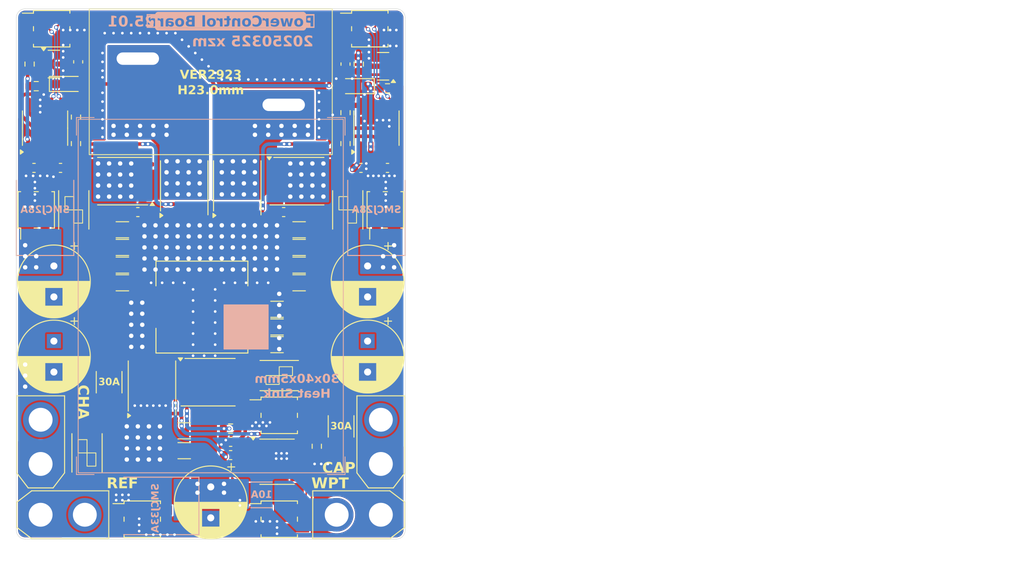
<source format=kicad_pcb>
(kicad_pcb (version 20240108) (generator "pcbnew") (generator_version "8.0")
  (layers (0 "F.Cu" signal) (31 "B.Cu" signal) (34 "B.Paste" user) (35 "F.Paste" user) (36 "B.SilkS" user "B.Silkscreen") (37 "F.SilkS" user "F.Silkscreen") (38 "B.Mask" user) (39 "F.Mask" user) (44 "Edge.Cuts" user))
  (net 0 "")
  (net 1 "/A_SW")
  (net 2 "/A_HB")
  (net 3 "GND")
  (net 4 "/B_SW")
  (net 5 "/B_HB")
  (net 6 "A_POWER_CS")
  (net 7 "B_POWER_CS")
  (net 8 "Net-(C12-Pad1)")
  (net 9 "Net-(C28-Pad1)")
  (net 10 "V_CAPARR")
  (net 11 "/A_HG")
  (net 12 "A_POWER")
  (net 13 "/A_LG")
  (net 14 "/B_HG")
  (net 15 "B_POWER")
  (net 16 "/B_LG")
  (net 17 "Net-(U1-HO)")
  (net 18 "Net-(U1-LO)")
  (net 19 "Net-(U2-HO)")
  (net 20 "Net-(U2-LO)")
  (net 21 "/B_LI")
  (net 22 "/A_LI")
  (net 23 "/B_HI")
  (net 24 "/A_HI")
  (net 25 "V_CHASSIS")
  (net 26 "V_REFEREE")
  (net 27 "Net-(D9-K-Pad1)")
  (net 28 "Net-(D9-A)")
  (net 29 "Net-(D11-A)")
  (net 30 "Net-(D11-K-Pad1)")
  (net 31 "Net-(J6-Pin_2)")
  (net 32 "/C_SW")
  (net 33 "/C_HB")
  (net 34 "/C_HG")
  (net 35 "/C_LG")
  (net 36 "Net-(U3-HO)")
  (net 37 "Net-(U3-LO)")
  (net 38 "/C_HI")
  (net 39 "/C_LI")
  (net 40 "C_POWER")
  (net 41 "C_POWER_OUT")
  (net 42 "+10VA")
  (net 43 "+10VC")
  (net 44 "+10VB")
  (footprint "Capacitor_SMD:C_0603_1608Metric" (layer "F.Cu") (at 110.25 127.5 180)
    (property "Reference" "C26" (hide yes))
    (property "Value" "100n")
  )
  (footprint "Capacitor_SMD:C_1206_3216Metric" (layer "F.Cu") (at 98 106 180)
    (property "Reference" "C16" (hide yes))
    (property "Value" "10u")
  )
  (footprint "RM25:C_D8.0mm_P3.50mm" (layer "F.Cu") (at 108 131.097349 -90)
    (property "Reference" "C11" (hide yes))
    (property "Value" "220u")
  )
  (footprint "Resistor_SMD:R_0603_1608Metric" (layer "F.Cu") (at 92.75 89.25 -90)
    (property "Reference" "R2" (hide yes))
    (property "Value" "R_Gate")
  )
  (footprint "Package_TO_SOT_SMD:TDSON-8-1" (layer "F.Cu") (at 117.75 96.5)
    (property "Reference" "Q3" (hide yes))
    (property "Value" "BSC070N10N")
  )
  (footprint "Package_TO_SOT_SMD:SOT-23" (layer "F.Cu") (at 127.5 83.5 180)
    (property "Reference" "D9" (hide yes))
    (property "Value" "BAV99")
  )
  (footprint "Connector_AMASS:AMASS_XT30U-M_1x02_P5.0mm_Vertical" (layer "F.Cu") (at 127.25 134.25 180)
    (property "Reference" "J6" (hide yes))
    (property "Value" "XT30-M")
  )
  (footprint "Diode_SMD:D_SOD-323_HandSoldering" (layer "F.Cu") (at 124.5 85.75 180)
    (property "Reference" "D10" (hide yes))
    (property "Value" "BZT52C11S")
  )
  (footprint "Package_TO_SOT_SMD:TDSON-8-1" (layer "F.Cu") (at 105 97.25 90)
    (property "Reference" "Q2" (hide yes))
    (property "Value" "BSC070N10N")
  )
  (footprint "Package_SO:SOIC-8_3.9x4.9mm_P1.27mm" (layer "F.Cu") (at 126.75 90.5 90)
    (property "Reference" "U2" (hide yes))
    (property "Value" "UCC27211")
  )
  (footprint "Capacitor_SMD:C_0603_1608Metric" (layer "F.Cu") (at 123.25 83.25 90)
    (property "Reference" "C28" (hide yes))
    (property "Value" "4u7")
  )
  (footprint "Resistor_SMD:R_0603_1608Metric" (layer "F.Cu") (at 88.25 85.75)
    (property "Reference" "R12" (hide yes))
    (property "Value" "4k7")
  )
  (footprint "Connector_PinHeader_2.00mm:PinHeader_2x02_P2.00mm_Vertical_SMD" (layer "F.Cu") (at 115.75 123)
    (property "Reference" "J16" (hide yes))
    (property "Value" "Conn_M")
  )
  (footprint "Capacitor_SMD:C_0603_1608Metric" (layer "F.Cu") (at 128 95)
    (property "Reference" "C8" (hide yes))
    (property "Value" "100n")
  )
  (footprint "RM25:L_VER2923" (layer "F.Cu") (at 108 85.25)
    (property "Reference" "L5" (hide yes))
    (property "Value" "10uH")
  )
  (footprint "Package_SO:SOIC-8_3.9x4.9mm_P1.27mm" (layer "F.Cu") (at 115.5 128.25)
    (property "Reference" "U3" (hide yes))
    (property "Value" "UCC27211")
  )
  (footprint "Capacitor_SMD:C_0603_1608Metric" (layer "F.Cu") (at 125 95)
    (property "Reference" "C27" (hide yes))
    (property "Value" "4u7")
  )
  (footprint "Connector_PinHeader_2.00mm:PinHeader_2x02_P2.00mm_Vertical_SMD" (layer "F.Cu") (at 127.75 99.75 90)
    (property "Reference" "J13" (hide yes))
    (property "Value" "Conn_M")
  )
  (footprint "Connector_PinHeader_2.00mm:PinHeader_2x02_P2.00mm_Vertical_SMD" (layer "F.Cu") (at 126 79.25)
    (property "Reference" "J7" (hide yes))
    (property "Value" "Conn_M")
  )
  (footprint "Resistor_SMD:R_2512_6332Metric" (layer "F.Cu") (at 123.5 99.75 -90)
    (property "Reference" "R10" (hide yes))
    (property "Value" "2mR")
  )
  (footprint "Capacitor_SMD:C_0603_1608Metric" (layer "F.Cu") (at 88 95)
    (property "Reference" "C5" (hide yes))
    (property "Value" "4u7")
  )
  (footprint "Fuse:Fuse_Littelfuse-NANO2-451_453" (layer "F.Cu") (at 122.75 124.25 -90)
    (property "Reference" "F2" (hide yes))
    (property "Value" "30A")
  )
  (footprint "Resistor_SMD:R_0603_1608Metric" (layer "F.Cu") (at 87.5 83.25 90)
    (property "Reference" "R11" (hide yes))
    (property "Value" "4k7")
  )
  (footprint "Resistor_SMD:R_2512_6332Metric" (layer "F.Cu") (at 94 127.25 90)
    (property "Reference" "R8" (hide yes))
    (property "Value" "2mR")
  )
  (footprint "Resistor_SMD:R_2512_6332Metric" (layer "F.Cu") (at 115.75 118.5)
    (property "Reference" "R3" (hide yes))
    (property "Value" "2mR")
  )
  (footprint "Capacitor_SMD:C_0603_1608Metric" (layer "F.Cu") (at 116.25 100)
    (property "Reference" "C2" (hide yes))
    (property "Value" "1n")
  )
  (footprint "Connector_AMASS:AMASS_XT30U-F_1x02_P5.0mm_Vertical" (layer "F.Cu") (at 88.75 128.5 90)
    (property "Reference" "J2" (hide yes))
    (property "Value" "XT30-F")
  )
  (footprint "Connector_AMASS:AMASS_XT30U-M_1x02_P5.0mm_Vertical" (layer "F.Cu") (at 88.75 134.25)
    (property "Reference" "J5" (hide yes))
    (property "Value" "XT30-M")
  )
  (footprint "Capacitor_SMD:C_1206_3216Metric" (layer "F.Cu") (at 98 102 180)
    (property "Reference" "C18" (hide yes))
    (property "Value" "10u")
  )
  (footprint "Resistor_SMD:R_2512_6332Metric" (layer "F.Cu") (at 92.5 99.75 90)
    (property "Reference" "R9" (hide yes))
    (property "Value" "2mR")
  )
  (footprint "Capacitor_SMD:C_1206_3216Metric" (layer "F.Cu") (at 115.5 113)
    (property "Reference" "C4" (hide yes))
    (property "Value" "10u")
  )
  (footprint "Package_TO_SOT_SMD:TDSON-8-1" (layer "F.Cu") (at 101.35 119.9 90)
    (property "Reference" "Q6" (hide yes))
    (property "Value" "BSC070N10N")
  )
  (footprint "Package_TO_SOT_SMD:SOT-23" (layer "F.Cu") (at 90.25 83.25)
    (property "Reference" "D11" (hide yes))
    (property "Value" "BAV99")
  )
  (footprint "RM25:C_D8.0mm_P3.50mm" (layer "F.Cu") (at 90.25 106.097349 -90)
    (property "Reference" "C14" (hide yes))
    (property "Value" "220u")
  )
  (footprint "Capacitor_SMD:C_1206_3216Metric" (layer "F.Cu") (at 98 108 180)
    (property "Reference" "C15" (hide yes))
    (property "Value" "10u")
  )
  (footprint "Resistor_SMD:R_0603_1608Metric" (layer "F.Cu") (at 123.25 88.75 -90)
    (property "Reference" "R5" (hide yes))
    (property "Value" "R_Gate")
  )
  (footprint "Resistor_SMD:R_0603_1608Metric" (layer "F.Cu") (at 92.75 92.25 -90)
    (property "Reference" "R1" (hide yes))
    (property "Value" "R_Gate")
  )
  (footprint "Capacitor_SMD:C_1206_3216Metric" (layer "F.Cu") (at 105 124.75 180)
    (property "Reference" "C31" (hide yes))
    (property "Value" "10u")
  )
  (footprint "Resistor_SMD:R_0603_1608Metric" (layer "F.Cu") (at 128 86 180)
    (property "Reference" "R14" (hide yes))
    (property "Value" "4k7")
  )
  (footprint "Resistor_SMD:R_0603_1608Metric" (layer "F.Cu") (at 123.25 92.25 -90)
    (property "Reference" "R4" (hide yes))
    (property "Value" "R_Gate")
  )
  (footprint "Resistor_SMD:R_0603_1608Metric" (layer "F.Cu") (at 124.75 83.25 -90)
    (property "Reference" "R13" (hide yes))
    (property "Value" "4k7")
  )
  (footprint "Capacitor_SMD:C_1206_3216Metric" (layer "F.Cu") (at 118 104)
    (property "Reference" "C20" (hide yes))
    (property "Value" "10u")
  )
  (footprint "Capacitor_SMD:C_1206_3216Metric" (layer "F.Cu") (at 98 104 180)
    (property "Reference" "C17" (hide yes))
    (property "Value" "10u")
  )
  (footprint "Package_SO:SOIC-8_3.9x4.9mm_P1.27mm" (layer "F.Cu") (at 89.25 90.5 90)
    (property "Reference" "U1" (hide yes))
    (property "Value" "UCC27201A")
  )
  (footprint "Package_TO_SOT_SMD:TDSON-8-1" (layer "F.Cu") (at 98.25 96.5 180)
    (property "Reference" "Q1" (hide yes))
    (property "Value" "BSC070N10N")
  )
  (footprint "Connector_PinHeader_2.00mm:PinHeader_2x02_P2.00mm_Vertical_SMD" (layer "F.Cu") (at 100.25 134.75)
    (property "Reference" "J14" (hide yes))
    (property "Value" "Conn_M")
  )
  (footprint "RM25:C_D8.0mm_P3.50mm" (layer "F.Cu") (at 125.75 106.097349 -90)
    (property "Reference" "C24" (hide yes))
    (property "Value" "220u")
  )
  (footprint "Capacitor_SMD:C_1206_3216Metric" (layer "F.Cu") (at 115.5 111)
    (property "Reference" "C3" (hide yes))
    (property "Value" "10u")
  )
  (footprint "Inductor_SMD:L_Wuerth_HCI-1040" (layer "F.Cu") (at 107 110.75)
    (property "Reference" "L2" (hide yes))
    (property "Value" "L")
  )
  (footprint "Connector_AMASS:AMASS_XT30U-M_1x02_P5.0mm_Vertical" (layer "F.Cu") (at 127.25 128.5 90)
    (property "Reference" "J4" (hide yes))
    (property "Value" "XT30-M")
  )
  (footprint "Connector_PinHeader_2.00mm:PinHeader_2x02_P2.00mm_Vertical_SMD" (layer "F.Cu") (at 88.25 99.75 90)
    (property "Reference" "J12" (hide yes))
    (property "Value" "Conn_M")
  )
  (footprint "Package_TO_SOT_SMD:TDSON-8-1" (layer "F.Cu") (at 111 97.25 90)
    (property "Reference" "Q4" (hide yes))
    (property "Value" "BSC070N10N")
  )
  (footprint "RM25:C_D8.0mm_P3.50mm" (layer "F.Cu") (at 90.25 114.597349 -90)
    (property "Reference" "C13" (hide yes))
    (property "Value" "220u")
  )
  (footprint "Capacitor_SMD:C_0603_1608Metric" (layer "F.Cu") (at 91 95)
    (property "Reference" "C7" (hide yes))
    (property "Value" "100n")
  )
  (footprint "Capacitor_SMD:C_1206_3216Metric" (layer "F.Cu") (at 118 108)
    (property "Reference" "C22" (hide yes))
    (property "Value" "10u")
  )
  (footprint "Resistor_SMD:R_0603_1608Metric" (layer "F.Cu") (at 120 126.5 90)
    (property "Reference" "R7" (hide yes))
    (property "Value" "R_Gate")
  )
  (footprint "Capacitor_SMD:C_1206_3216Metric" (layer "F.Cu") (at 118 106)
    (property "Reference" "C21" (hide yes))
    (property "Value" "10u")
  )
  (footprint "Capacitor_SMD:C_0603_1608Metric" (layer "F.Cu") (at 110.25 126 180)
    (property "Reference" "C25" (hide yes))
    (property "Value" "4u7")
  )
  (footprint "Capacitor_SMD:C_1206_3216Metric" (layer "F.Cu") (at 115.5 115)
    (property "Reference" "C6" (hide yes))
    (property "Value" "10u")
  )
  (footprint "Resistor_SMD:R_0603_1608Metric" (layer "F.Cu") (at 110.25 124.5 180)
    (property "Reference" "R6" (hide yes))
    (property "Value" "R_Gate")
  )
  (footprint "Package_TO_SOT_SMD:TDSON-8-1" (layer "F.Cu") (at 107.7 119.25)
    (property "Reference" "Q5" (hide yes))
    (property "Value" "BSC070N10N")
  )
  (footprint "Connector_PinHeader_2.00mm:PinHeader_2x02_P2.00mm_Vertical_SMD" (layer "F.Cu") (at 90 79.25)
    (property "Reference" "J3" (hide yes))
    (property "Value" "Conn_M")
  )
  (footprint "Capacitor_SMD:C_1206_3216Metric" (layer "F.Cu") (at 118 102)
    (property "Reference" "C19" (hide yes))
    (property "Value" "10u")
  )
  (footprint "Connector_PinHeader_2.00mm:PinHeader_2x02_P2.00mm_Vertical_SMD" (layer "F.Cu") (at 115.75 134.75)
    (property "Reference" "J15" (hide yes))
    (property "Value" "Conn_M")
  )
  (footprint "Capacitor_SMD:C_0603_1608Metric" (layer "F.Cu") (at 93 83 -90)
    (property "Reference" "C12" (hide yes))
    (property "Value" "4u7")
  )
  (footprint "Fuse:Fuse_Littelfuse-NANO2-451_453" (layer "F.Cu") (at 96.5 119.25 90)
    (property "Reference" "F1" (hide yes))
    (property "Value" "30A")
  )
  (footprint "Capacitor_SMD:C_1206_3216Metric" (layer "F.Cu") (at 105 127 180)
    (property "Reference" "C30" (hide yes))
    (property "Value" "10u")
  )
  (footprint "RM25:C_D8.0mm_P3.50mm" (layer "F.Cu") (at 125.75 114.597349 -90)
    (property "Reference" "C23" (hide yes))
    (property "Value" "220u")
  )
  (footprint "Diode_SMD:D_SOD-323_HandSoldering" (layer "F.Cu") (at 91.75 85.5)
    (property "Reference" "D2" (hide yes))
    (property "Value" "BZT52C11S")
  )
  (footprint "Capacitor_SMD:C_0603_1608Metric" (layer "F.Cu") (at 99.75 100)
    (property "Reference" "C1" (hide yes))
    (property "Value" "1n")
  )
  (footprint "Diode_SMD:D_SMC" (layer "B.Cu") (at 89.25 100 90)
    (property "Reference" "D5" (hide yes))
    (property "Value" "SMCJ28A")
  )
  (footprint "Fuse:Fuse_Littelfuse-NANO2-451_453" (layer "B.Cu") (at 113.75 132 180)
    (property "Reference" "F3" (hide yes))
    (property "Value" "5A")
  )
  (footprint "Diode_SMD:D_SMC" (layer "B.Cu") (at 126.75 100 90)
    (property "Reference" "D6" (hide yes))
    (property "Value" "SMCJ28A")
  )
  (footprint "Diode_SMD:D_SMC" (layer "B.Cu") (at 101.75 133.25 180)
    (property "Reference" "D1" (hide yes))
    (property "Value" "SMCJ33A")
  )
  (gr_line (start 92.8 89.3) (end 92.8 91.3) (stroke (width 0.1)) (layer "B.SilkS"))
  (gr_line (start 102.05 77.5) (end 118.45 77.5) (stroke (width 0.3)) (layer "B.SilkS"))
  (gr_arc (start 101.85 77.7) (mid 101.908579 77.558579) (end 102.05 77.5) (stroke (width 0.3)) (layer "B.SilkS"))
  (gr_line (start 118.65 77.7) (end 118.65 79.1) (stroke (width 0.3)) (layer "B.SilkS"))
  (gr_line (start 92.8 89.3) (end 94.8 89.3) (stroke (width 0.1)) (layer "B.SilkS"))
  (gr_line (start 118.45 79.3) (end 102.05 79.3) (stroke (width 0.3)) (layer "B.SilkS"))
  (gr_line (start 123.2 129.7) (end 121.2 129.7) (stroke (width 0.1)) (layer "B.SilkS"))
  (gr_line (start 92.8 129.7) (end 94.8 129.7) (stroke (width 0.1)) (layer "B.SilkS"))
  (gr_arc (start 118.45 77.5) (mid 118.591421 77.558579) (end 118.65 77.7) (stroke (width 0.3)) (layer "B.SilkS"))
  (gr_arc (start 102.05 79.3) (mid 101.908579 79.241421) (end 101.85 79.1) (stroke (width 0.3)) (layer "B.SilkS"))
  (gr_arc (start 118.65 79.1) (mid 118.591421 79.241421) (end 118.45 79.3) (stroke (width 0.3)) (layer "B.SilkS"))
  (gr_rect (start 93 89.5) (end 123 129.5) (stroke (width 0.1)) (fill none) (layer "B.SilkS"))
  (gr_line (start 123.2 129.7) (end 123.2 127.7) (stroke (width 0.1)) (layer "B.SilkS"))
  (gr_rect (start 109.5 110.5) (end 114.5 115.5) (stroke (width 0.1)) (fill solid) (layer "B.SilkS"))
  (gr_line (start 92.8 129.7) (end 92.8 127.7) (stroke (width 0.1)) (layer "B.SilkS"))
  (gr_line (start 101.85 79.1) (end 101.85 77.7) (stroke (width 0.3)) (layer "B.SilkS"))
  (gr_line (start 123.2 89.3) (end 121.2 89.3) (stroke (width 0.1)) (layer "B.SilkS"))
  (gr_line (start 123.2 89.3) (end 123.2 91.3) (stroke (width 0.1)) (layer "B.SilkS"))
  (gr_rect (start 114.25 118.5) (end 115.75 119.5) (stroke (width 0.1)) (fill none) (layer "F.SilkS"))
  (gr_rect (start 123.5 99.75) (end 124.5 101.25) (stroke (width 0.1)) (fill none) (layer "F.SilkS"))
  (gr_rect (start 94 127.25) (end 95 128.75) (stroke (width 0.1)) (fill none) (layer "F.SilkS"))
  (gr_rect (start 115.75 117.5) (end 117.25 118.5) (stroke (width 0.1)) (fill none) (layer "F.SilkS"))
  (gr_rect (start 122.5 98.25) (end 123.5 99.75) (stroke (width 0.1)) (fill none) (layer "F.SilkS"))
  (gr_rect (start 92.5 99.75) (end 93.5 101.25) (stroke (width 0.1)) (fill none) (layer "F.SilkS"))
  (gr_rect (start 93 125.75) (end 94 127.25) (stroke (width 0.1)) (fill none) (layer "F.SilkS"))
  (gr_rect (start 91.5 98.25) (end 92.5 99.75) (stroke (width 0.1)) (fill none) (layer "F.SilkS"))
  (gr_arc (start 87 137) (mid 86.292893 136.707107) (end 86 136) (stroke (width 0.05)) (layer "Edge.Cuts"))
  (gr_line (start 86 136) (end 86 78) (stroke (width 0.05)) (layer "Edge.Cuts"))
  (gr_arc (start 130 136) (mid 129.707107 136.707107) (end 129 137) (stroke (width 0.05)) (layer "Edge.Cuts"))
  (gr_line (start 129 137) (end 87 137) (stroke (width 0.05)) (layer "Edge.Cuts"))
  (gr_arc (start 129 77) (mid 129.707107 77.292893) (end 130 78) (stroke (width 0.05)) (layer "Edge.Cuts"))
  (gr_line (start 130 78) (end 130 136) (stroke (width 0.05)) (layer "Edge.Cuts"))
  (gr_line (start 87 77) (end 129 77) (stroke (width 0.05)) (layer "Edge.Cuts"))
  (gr_arc (start 86 78) (mid 86.292893 77.292893) (end 87 77) (stroke (width 0.05)) (layer "Edge.Cuts"))
  (gr_text "20250325 xzm" (at 112.75 80.75 0) (layer "B.SilkS") (effects (font (size 1.2 1.2) (thickness 0.2) (bold yes)) (justify mirror)))
  (gr_text "SMCJ33A" (at 101.75 133.5 90) (layer "B.SilkS") (effects (font (size 0.83 0.8) (thickness 0.1)) (justify mirror)))
  (gr_text "PowerControl Board" (at 110.25 78.5 0) (layer "B.SilkS" knockout) (effects (font (size 1.2 1.2) (thickness 0.2) (bold yes)) (justify mirror)))
  (gr_text "25.01" (at 99 78.5 0) (layer "B.SilkS") (effects (font (size 1.2 1.2) (thickness 0.2) (bold yes)) (justify mirror)))
  (gr_text "SMCJ28A" (at 126.75 99.75 0) (layer "B.SilkS") (effects (font (size 0.83 0.8) (thickness 0.1)) (justify mirror)))
  (gr_text "SMCJ28A" (at 89.25 99.75 0) (layer "B.SilkS") (effects (font (size 0.83 0.8) (thickness 0.1)) (justify mirror)))
  (gr_text "10A" (at 113.75 132 -0) (layer "B.SilkS") (effects (font (size 0.83 0.8) (thickness 0.1)) (justify mirror)))
  (gr_text "30x40x5mm\nHeat Sink" (at 117.75 119.75 0) (layer "B.SilkS") (effects (font (size 1 1) (thickness 0.2) (bold yes)) (justify mirror)))
  (gr_text "CHA" (at 93.5 121.5 -90) (layer "F.SilkS") (effects (font (size 1.2 1.2) (thickness 0.1))))
  (gr_text "30A" (at 122.75 124.25 0) (layer "F.SilkS") (effects (font (size 0.83 0.8) (thickness 0.1))))
  (gr_text "CAP" (at 122.5 129 0) (layer "F.SilkS") (effects (font (size 1.2 1.2) (thickness 0.1))))
  (gr_text "REF" (at 98 130.75 0) (layer "F.SilkS") (effects (font (size 1.2 1.2) (thickness 0.1))))
  (gr_text "WPT" (at 121.5 130.75 0) (layer "F.SilkS") (effects (font (size 1.2 1.2) (thickness 0.1))))
  (gr_text "30A" (at 96.5 119.25 0) (layer "F.SilkS") (effects (font (size 0.83 0.8) (thickness 0.1))))
  (segment (start 92.500521 94.69948) (end 92.6 94.6) (width 0.4) (layer "F.Cu") (net 1))
  (segment (start 91.3875 94.6125) (end 91.775 95) (width 0.4) (layer "F.Cu") (net 1))
  (segment (start 101.15 95.865) (end 100 95.865) (width 0.4) (layer "F.Cu") (net 1))
  (segment (start 96.88 85.5) (end 99.745 82.635) (width 0.4) (layer "F.Cu") (net 1))
  (segment (start 121.4 85.7) (end 121.4 84.624264) (width 0.4) (layer "F.Cu") (net 1))
  (segment (start 93.35 93.85) (end 92.6 94.6) (width 0.4) (layer "F.Cu") (net 1))
  (segment (start 121.7 83.9) (end 123.036611 82.563389) (width 0.4) (layer "F.Cu") (net 1))
  (segment (start 99.6 93.6) (end 93.953553 93.6) (width 0.4) (layer "F.Cu") (net 1))
  (segment (start 93 85.5) (end 96.88 85.5) (width 0.4) (layer "F.Cu") (net 1))
  (segment (start 100 95.865) (end 100 94) (width 0.4) (layer "F.Cu") (net 1))
  (segment (start 91.155 92.975) (end 91.155 94.051196) (width 0.4) (layer "F.Cu") (net 1))
  (via (at 105.5 95.5) (size 0.8) (drill 0.5) (layers "F.Cu" "B.Cu") (net 1))
  (via (at 97 91.25) (size 0.8) (drill 0.5) (layers "F.Cu" "B.Cu") (net 1))
  (via (at 100 91.25) (size 0.8) (drill 0.5) (layers "F.Cu" "B.Cu") (net 1))
  (via (at 105.5 94.25) (size 0.8) (drill 0.5) (layers "F.Cu" "B.Cu") (net 1))
  (via (at 104.25 94.25) (size 0.8) (drill 0.5) (layers "F.Cu" "B.Cu") (net 1))
  (via (at 103 96.75) (size 0.8) (drill 0.5) (layers "F.Cu" "B.Cu") (net 1))
  (via (at 106.75 95.5) (size 0.8) (drill 0.5) (layers "F.Cu" "B.Cu") (net 1))
  (via (at 101.5 90.25) (size 0.8) (drill 0.5) (layers "F.Cu" "B.Cu") (net 1))
  (via (at 104.25 95.5) (size 0.8) (drill 0.5) (layers "F.Cu" "B.Cu") (net 1))
  (via (at 97 90.25) (size 0.8) (drill 0.5) (layers "F.Cu" "B.Cu") (net 1))
  (via (at 101.5 91.25) (size 0.8) (drill 0.5) (layers "F.Cu" "B.Cu") (net 1))
  (via (at 106.75 96.75) (size 0.8) (drill 0.5) (layers "F.Cu" "B.Cu") (net 1))
  (via (at 103 98) (size 0.8) (drill 0.5) (layers "F.Cu" "B.Cu") (net 1))
  (via (at 100 90.25) (size 0.8) (drill 0.5) (layers "F.Cu" "B.Cu") (net 1))
  (via (at 121.4 85.7) (size 0.45) (drill 0.3) (layers "F.Cu" "B.Cu") (net 1))
  (via (at 103 91.25) (size 0.8) (drill 0.5) (layers "F.Cu" "B.Cu") (net 1))
  (via (at 103 95.5) (size 0.8) (drill 0.5) (layers "F.Cu" "B.Cu") (net 1))
  (via (at 105.5 96.75) (size 0.8) (drill 0.5) (layers "F.Cu" "B.Cu") (net 1))
  (via (at 103 90.25) (size 0.8) (drill 0.5) (layers "F.Cu" "B.Cu") (net 1))
  (via (at 98.5 91.25) (size 0.8) (drill 0.5) (layers "F.Cu" "B.Cu") (net 1))
  (via (at 106.75 94.25) (size 0.8) (drill 0.5) (layers "F.Cu" "B.Cu") (net 1))
  (via (at 106.75 98) (size 0.8) (drill 0.5) (layers "F.Cu" "B.Cu") (net 1))
  (via (at 103 94.25) (size 0.8) (drill 0.5) (layers "F.Cu" "B.Cu") (net 1))
  (via (at 104.25 96.75) (size 0.8) (drill 0.5) (layers "F.Cu" "B.Cu") (net 1))
  (via (at 98.5 90.25) (size 0.8) (drill 0.5) (layers "F.Cu" "B.Cu") (net 1))
  (via (at 105.5 98) (size 0.8) (drill 0.5) (layers "F.Cu" "B.Cu") (net 1))
  (via (at 104.25 98) (size 0.8) (drill 0.5) (layers "F.Cu" "B.Cu") (net 1))
  (arc (start 100 94) (mid 99.882843 93.717157) (end 99.6 93.6) (width 0.4) (layer "F.Cu") (net 1))
  (arc (start 93.953553 93.6) (mid 93.626913 93.664973) (end 93.35 93.85) (width 0.4) (layer "F.Cu") (net 1))
  (arc (start 123.036611 82.563389) (mid 123.134514 82.497972) (end 123.25 82.475) (width 0.4) (layer "F.Cu") (net 1))
  (arc (start 91.775 95) (mid 92.167649 94.921897) (end 92.500521 94.69948) (width 0.4) (layer "F.Cu") (net 1))
  (arc (start 91.155 94.051196) (mid 91.215425 94.354971) (end 91.3875 94.6125) (width 0.4) (layer "F.Cu") (net 1))
  (arc (start 121.4 84.624264) (mid 121.477967 84.232296) (end 121.7 83.9) (width 0.4) (layer "F.Cu") (net 1))
  (segment (start 102.81 85.7) (end 120.6 85.7) (width 0.4) (layer "B.Cu") (net 1))
  (segment (start 120.6 85.7) (end 121.4 85.7) (width 0.4) (layer "B.Cu") (net 1))
  (segment (start 99.745 82.635) (end 102.81 85.7) (width 0.4) (layer "B.Cu") (net 1))
  (segment (start 88.4375 86.3875) (end 89.075 85.75) (width 0.4) (layer "F.Cu") (net 2))
  (segment (start 90.15 95) (end 88.615 93.465) (width 0.4) (layer "F.Cu") (net 2))
  (segment (start 88.275 90.775) (end 86.875 89.375) (width 0.4) (layer "F.Cu") (net 2))
  (segment (start 89.075 85.75) (end 90.25 85.75) (width 0.4) (layer "F.Cu") (net 2))
  (segment (start 88.615 93.465) (end 88.615 92.975) (width 0.4) (layer "F.Cu") (net 2))
  (segment (start 87.15 86.65) (end 87.803769 86.65) (width 0.4) (layer "F.Cu") (net 2))
  (segment (start 90.225 95) (end 90.15 95) (width 0.4) (layer "F.Cu") (net 2))
  (segment (start 88.615 92.975) (end 88.615 91.595832) (width 0.4) (layer "F.Cu") (net 2))
  (segment (start 86.6 88.711092) (end 86.6 87.2) (width 0.4) (layer "F.Cu") (net 2))
  (segment (start 90.25 85.75) (end 90.5 85.5) (width 0.4) (layer "F.Cu") (net 2))
  (arc (start 87.803769 86.65) (mid 88.146742 86.581778) (end 88.4375 86.3875) (width 0.4) (layer "F.Cu") (net 2))
  (arc (start 88.615 91.595832) (mid 88.526637 91.151601) (end 88.275 90.775) (width 0.4) (layer "F.Cu") (net 2))
  (arc (start 86.6 87.2) (mid 86.761091 86.811091) (end 87.15 86.65) (width 0.4) (layer "F.Cu") (net 2))
  (arc (start 86.875 89.375) (mid 86.67147 89.070396) (end 86.6 88.711092) (width 0.4) (layer "F.Cu") (net 2))
  (via (at 115.75 109.25) (size 0.8) (drill 0.5) (layers "F.Cu" "B.Cu") (net 3))
  (via (at 107.25 116.25) (size 0.45) (drill 0.3) (layers "F.Cu" "B.Cu") (net 3))
  (via (at 115.25 85) (size 0.45) (drill 0.3) (layers "F.Cu" "B.Cu") (net 3))
  (via (at 91.3 84.7) (size 0.45) (drill 0.3) (layers "F.Cu" "B.Cu") (net 3))
  (via (at 110.5 106.5) (size 0.8) (drill 0.5) (layers "F.Cu" "B.Cu") (net 3))
  (via (at 116 127.9) (size 0.45) (drill 0.3) (layers "F.Cu" "B.Cu") (net 3))
  (via (at 87 118.5) (size 0.8) (drill 0.5) (layers "F.Cu" "B.Cu") (net 3))
  (via (at 100 79.75) (size 0.45) (drill 0.3) (layers "F.Cu" "B.Cu") (net 3))
  (via (at 111.75 105.25) (size 0.8) (drill 0.5) (layers "F.Cu" "B.Cu") (net 3))
  (via (at 99 110.25) (size 0.8) (drill 0.5) (layers "F.Cu" "B.Cu") (net 3))
  (via (at 106 108.75) (size 0.45) (drill 0.3) (layers "F.Cu" "B.Cu") (net 3))
  (via (at 108.5 108.75) (size 0.45) (drill 0.3) (layers "F.Cu" "B.Cu") (net 3))
  (via (at 106 116.25) (size 0.45) (drill 0.3) (layers "F.Cu" "B.Cu") (net 3))
  (via (at 106.75 106.5) (size 0.8) (drill 0.5) (layers "F.Cu" "B.Cu") (net 3))
  (via (at 115.4 127.9) (size 0.45) (drill 0.3) (layers "F.Cu" "B.Cu") (net 3))
  (via (at 95.75 84) (size 0.45) (drill 0.3) (layers "F.Cu" "B.Cu") (net 3))
  (via (at 87.9 95.9) (size 0.45) (drill 0.3) (layers "F.Cu" "B.Cu") (net 3))
  (via (at 102.5 108) (size 0.45) (drill 0.3) (layers "F.Cu" "B.Cu") (net 3))
  (via (at 101.75 101.5) (size 0.8) (drill 0.5) (layers "F.Cu" "B.Cu") (net 3))
  (via (at 97.3 132) (size 0.45) (drill 0.3) (layers "F.Cu" "B.Cu") (net 3))
  (via (at 125.9 82.6) (size 0.45) (drill 0.3) (layers "F.Cu" "B.Cu") (net 3))
  (via (at 99 111.5) (size 0.8) (drill 0.5) (layers "F.Cu" "B.Cu") (net 3))
  (via (at 103.9 136.5) (size 0.45) (drill 0.3) (layers "F.Cu" "B.Cu") (net 3))
  (via (at 114.25 102.75) (size 0.8) (drill 0.5) (layers "F.Cu" "B.Cu") (net 3))
  (via (at 100.5 104) (size 0.8) (drill 0.5) (layers "F.Cu" "B.Cu") (net 3))
  (via (at 95.75 83) (size 0.45) (drill 0.3) (layers "F.Cu" "B.Cu") (net 3))
  (via (at 87.1 95.9) (size 0.45) (drill 0.3) (layers "F.Cu" "B.Cu") (net 3))
  (via (at 97 79.75) (size 0.45) (drill 0.3) (layers "F.Cu" "B.Cu") (net 3))
  (via (at 127.5 89.6) (size 0.45) (drill 0.3) (layers "F.Cu" "B.Cu") (net 3))
  (via (at 101.75 105.25) (size 0.8) (drill 0.5) (layers "F.Cu" "B.Cu") (net 3))
  (via (at 99.75 125.5) (size 0.8) (drill 0.5) (layers "F.Cu" "B.Cu") (net 3))
  (via (at 125.9 81.2) (size 0.45) (drill 0.3) (layers "F.Cu" "B.Cu") (net 3))
  (via (at 114.5 108) (size 0.45) (drill 0.3) (layers "F.Cu" "B.Cu") (net 3))
  (via (at 113.25 85) (size 0.45) (drill 0.3) (layers "F.Cu" "B.Cu") (net 3))
  (via (at 99.4 121.9) (size 0.45) (drill 0.3) (layers "F.Cu" "B.Cu") (net 3))
  (via (at 127.8 98) (size 0.45) (drill 0.3) (layers "F.Cu" "B.Cu") (net 3))
  (via (at 116.25 85) (size 0.45) (drill 0.3) (layers "F.Cu" "B.Cu") (net 3))
  (via (at 112.7 124.2) (size 0.45) (drill 0.3) (layers "F.Cu" "B.Cu") (net 3))
  (via (at 102.3 136.5) (size 0.45) (drill 0.3) (layers "F.Cu" "B.Cu") (net 3))
  (via (at 108.5 113.75) (size 0.45) (drill 0.3) (layers "F.Cu" "B.Cu") (net 3))
  (via (at 106 115) (size 0.45) (drill 0.3) (layers "F.Cu" "B.Cu") (net 3))
  (via (at 108 102.75) (size 0.8) (drill 0.5) (layers "F.Cu" "B.Cu") (net 3))
  (via (at 115.75 110.5) (size 0.8) (drill 0.5) (layers "F.Cu" "B.Cu") (net 3))
  (via (at 113.25 108) (size 0.45) (drill 0.3) (layers "F.Cu" "B.Cu") (net 3))
  (via (at 110.5 104) (size 0.8) (drill 0.5) (layers "F.Cu" "B.Cu") (net 3))
  (via (at 104.25 105.25) (size 0.8) (drill 0.5) (layers "F.Cu" "B.Cu") (net 3))
  (via (at 93.7 79.4) (size 0.45) (drill 0.3) (layers "F.Cu" "B.Cu") (net 3))
  (via (at 102.25 124.25) (size 0.8) (drill 0.5) (layers "F.Cu" "B.Cu") (net 3))
  (via (at 108 105.25) (size 0.8) (drill 0.5) (layers "F.Cu" "B.Cu") (net 3))
  (via (at 115.4 127.3) (size 0.45) (drill 0.3) (layers "F.Cu" "B.Cu") (net 3))
  (via (at 100.5 102.75) (size 0.8) (drill 0.5) (layers "F.Cu" "B.Cu") (net 3))
  (via (at 122.2 84.9) (size 0.45) (drill 0.3) (layers "F.Cu" "B.Cu") (net 3))
  (via (at 111.75 106.5) (size 0.8) (drill 0.5) (layers "F.Cu" "B.Cu") (net 3))
  (via (at 128.8 95.9) (size 0.45) (drill 0.3) (layers "F.Cu" "B.Cu") (net 3))
  (via (at 120.25 90.5) (size 0.45) (drill 0.3) (layers "F.Cu" "B.Cu") (net 3))
  (via (at 89.5 95.9) (size 0.45) (drill 0.3) (layers "F.Cu" "B.Cu") (net 3))
  (via (at 106.75 105.25) (size 0.8) (drill 0.5) (layers "F.Cu" "B.Cu") (net 3))
  (via (at 118.25 85) (size 0.45) (drill 0.3) (layers "F.Cu" "B.Cu") (net 3))
  (via (at 89.1 86.7) (size 0.45) (drill 0.3) (layers "F.Cu" "B.Cu") (net 3))
  (via (at 100.25 110.25) (size 0.8) (drill 0.5) (layers "F.Cu" "B.Cu") (net 3))
  (via (at 100.5 106.5) (size 0.8) (drill 0.5) (layers "F.Cu" "B.Cu") (net 3))
  (via (at 109.7 125.8) (size 0.45) (drill 0.3) (layers "F.Cu" "B.Cu") (net 3))
  (via (at 105.5 81.25) (size 0.45) (drill 0.3) (layers "F.Cu" "B.Cu") (net 3))
  (via (at 106 113.75) (size 0.45) (drill 0.3) (layers "F.Cu" "B.Cu") (net 3))
  (via (at 98 79.75) (size 0.45) (drill 0.3) (layers "F.Cu" "B.Cu") (net 3))
  (via (at 114.3 124.2) (size 0.45) (drill 0.3) (layers "F.Cu" "B.Cu") (net 3))
  (via (at 109.2 126.3) (size 0.45) (drill 0.3) (layers "F.Cu" "B.Cu") (net 3))
  (via (at 87 117.25) (size 0.8) (drill 0.5) (layers "F.Cu" "B.Cu") (net 3))
  (via (at 104.25 102.75) (size 0.8) (drill 0.5) (layers "F.Cu" "B.Cu") (net 3))
  (via (at 115.5 135) (size 0.45) (drill 0.3) (layers "F.Cu" "B.Cu") (net 3))
  (via (at 88.1 96.6) (size 0.45) (drill 0.3) (layers "F.Cu" "B.Cu") (net 3))
  (via (at 102.25 125.5) (size 0.8) (drill 0.5) (layers "F.Cu" "B.Cu") (net 3))
  (via (at 120.25 87.5) (size 0.45) (drill 0.3) (layers "F.Cu" "B.Cu") (net 3))
  (via (at 120.25 88.5) (size 0.45) (drill 0.3) (layers "F.Cu" "B.Cu") (net 3))
  (via (at 121.25 128.5) (size 0.45) (drill 0.3) (layers "F.Cu" "B.Cu") (net 3))
  (via (at 88.7 95.9) (size 0.45) (drill 0.3) (layers "F.Cu" "B.Cu") (net 3))
  (via (at 109.25 102.75) (size 0.8) (drill 0.5) (layers "F.Cu" "B.Cu") (net 3))
  (via (at 99 115.25) (size 0.8) (drill 0.5) (layers "F.Cu" "B.Cu") (net 3))
  (via (at 121.8 89) (size 0.45) (drill 0.3) (layers "F.Cu" "B.Cu") (net 3))
  (via (at 104 79.75) (size 0.45) (drill 0.3) (layers "F.Cu" "B.Cu") (net 3))
  (via (at 113 106.5) (size 0.8) (drill 0.5) (layers "F.Cu" "B.Cu") (net 3))
  (via (at 109.25 104) (size 0.8) (drill 0.5) (layers "F.Cu" "B.Cu") (net 3))
  (via (at 100.7 136.5) (size 0.45) (drill 0.3) (layers "F.Cu" "B.Cu") (net 3))
  (via (at 115.5 101.5) (size 0.8) (drill 0.5) (layers "F.Cu" "B.Cu") (net 3))
  (via (at 109.25 105.25) (size 0.8) (drill 0.5) (layers "F.Cu" "B.Cu") (net 3))
  (via (at 125.6 95.1) (size 0.45) (drill 0.3) (layers "F.Cu" "B.Cu") (net 3))
  (via (at 101 79.75) (size 0.45) (drill 0.3) (layers "F.Cu" "B.Cu") (net 3))
  (via (at 128.2 90.3) (size 0.45) (drill 0.3) (layers "F.Cu" "B.Cu") (net 3))
  (via (at 120.25 89.5) (size 0.45) (drill 0.3) (layers "F.Cu" "B.Cu") (net 3))
  (via (at 103 105.25) (size 0.8) (drill 0.5) (layers "F.Cu" "B.Cu") (net 3))
  (via (at 87 119.75) (size 0.8) (drill 0.5) (layers "F.Cu" "B.Cu") (net 3))
  (via (at 125.9 80.5) (size 0.45) (drill 0.3) (layers "F.Cu" "B.Cu") (net 3))
  (via (at 114.25 104) (size 0.8) (drill 0.5) (layers "F.Cu" "B.Cu") (net 3))
  (via (at 116 127.3) (size 0.45) (drill 0.3) (layers "F.Cu" "B.Cu") (net 3))
  (via (at 88.7 88.7) (size 0.45) (drill 0.3) (layers "F.Cu" "B.Cu") (net 3))
  (via (at 101.75 102.75) (size 0.8) (drill 0.5) (layers "F.Cu" "B.Cu") (net 3))
  (via (at 95.75 88.5) (size 0.45) (drill 0.3) (layers "F.Cu" "B.Cu") (net 3))
  (via (at 103 106.5) (size 0.8) (drill 0.5) (layers "F.Cu" "B.Cu") (net 3))
  (via (at 115.5 104) (size 0.8) (drill 0.5) (layers "F.Cu" "B.Cu") (net 3))
  (via (at 113.1 123.8) (size 0.45) (drill 0.3) (layers "F.Cu" "B.Cu") (net 3))
  (via (at 103 104) (size 0.8) (drill 0.5) (layers "F.Cu" "B.Cu") (net 3))
  (via (at 92.1 79.4) (size 0.45) (drill 0.3) (layers "F.Cu" "B.Cu") (net 3))
  (via (at 106 112.5) (size 0.45) (drill 0.3) (layers "F.Cu" "B.Cu") (net 3))
  (via (at 114.25 101.5) (size 0.8) (drill 0.5) (layers "F.Cu" "B.Cu") (net 3))
  (via (at 102.25 128) (size 0.8) (drill 0.5) (layers "F.Cu" "B.Cu") (net 3))
  (via (at 100.25 111.5) (size 0.8) (drill 0.5) (layers "F.Cu" "B.Cu") (net 3))
  (via (at 110.25 85) (size 0.45) (drill 0.3) (layers "F.Cu" "B.Cu") (net 3))
  (via (at 114.25 105.25) (size 0.8) (drill 0.5) (layers "F.Cu" "B.Cu") (net 3))
  (via (at 120.5 128.5) (size 0.45) (drill 0.3) (layers "F.Cu" "B.Cu") (net 3))
  (via (at 126.8 89.6) (size 0.45) (drill 0.3) (layers "F.Cu" "B.Cu") (net 3))
  (via (at 115.5 106.5) (size 0.8) (drill 0.5) (layers "F.Cu" "B.Cu") (net 3))
  (via (at 88.1 97.3) (size 0.45) (drill 0.3) (layers "F.Cu" "B.Cu") (net 3))
  (via (at 110.5 102.75) (size 0.8) (drill 0.5) (layers "F.Cu" "B.Cu") (net 3))
  (via (at 105 108) (size 0.45) (drill 0.3) (layers "F.Cu" "B.Cu") (net 3))
  (via (at 99.75 126.75) (size 0.8) (drill 0.5) (layers "F.Cu" "B.Cu") (net 3))
  (via (at 87.8 99.4) (size 0.45) (drill 0.3) (layers "F.Cu" "B.Cu") (net 3))
  (via (at 98.5 128) (size 0.8) (drill 0.5) (layers "F.Cu" "B.Cu") (net 3))
  (via (at 106 111.25) (size 0.45) (drill 0.3) (layers "F.Cu" "B.Cu") (net 3))
  (via (at 88.7 88) (size 0.45) (drill 0.3) (layers "F.Cu" "B.Cu") (net 3))
  (via (at 107.75 83.5) (size 0.45) (drill 0.3) (layers "F.Cu" "B.Cu") (net 3))
  (via (at 113 104) (size 0.8) (drill 0.5) (layers "F.Cu" "B.Cu") (net 3))
  (via (at 91.3 81.8) (size 0.45) (drill 0.3) (layers "F.Cu" "B.Cu") (net 3))
  (via (at 128.2 89.6) (size 0.45) (drill 0.3) (layers "F.Cu" "B.Cu") (net 3))
  (via (at 101.5 136.5) (size 0.45) (drill 0.3) (layers "F.Cu" "B.Cu") (net 3))
  (via (at 119.25 85) (size 0.45) (drill 0.3) (layers "F.Cu" "B.Cu") (net 3))
  (via (at 110.75 108) (size 0.45) (drill 0.3) (layers "F.Cu" "B.Cu") (net 3))
  (via (at 101.75 104) (size 0.8) (drill 0.5) (layers "F.Cu" "B.Cu") (net 3))
  (via (at 98.5 124.25) (size 0.8) (drill 0.5) (layers "F.Cu" "B.Cu") (net 3))
  (via (at 102.2 121.9) (size 0.45) (drill 0.3) (layers "F.Cu" "B.Cu") (net 3))
  (via (at 117.25 85) (size 0.45) (drill 0.3) (layers "F.Cu" "B.Cu") (net 3))
  (via (at 128.3 81.2) (size 0.45) (drill 0.3) (layers "F.Cu" "B.Cu") (net 3))
  (via (at 95.75 84.75) (size 0.45) (drill 0.3) (layers "F.Cu" "B.Cu") (net 3))
  (via (at 124 84.9) (size 0.45) (drill 0.3) (layers "F.Cu" "B.Cu") (net 3))
  (via (at 126.4 95.9) (size 0.45) (drill 0.3) (layers "F.Cu" "B.Cu") (net 3))
  (via (at 115.75 114.25) (size 0.8) (drill 0.5) (layers "F.Cu" "B.Cu") (net 3))
  (via (at 113.9 135) (size 0.45) (drill 0.3) (layers "F.Cu" "B.Cu") (net 3))
  (via (at 106.25 82) (size 0.45) (drill 0.3) (layers "F.Cu" "B.Cu") (net 3))
  (via (at 116.6 127.9) (size 0.45) (drill 0.3) (layers "F.Cu" "B.Cu") (net 3))
  (via (at 100.1 121.9) (size 0.45) (drill 0.3) (layers "F.Cu" "B.Cu") (net 3))
  (via (at 99 79.75) (size 0.45) (drill 0.3) (layers "F.Cu" "B.Cu") (net 3))
  (via (at 127.8 96.6) (size 0.45) (drill 0.3) (layers "F.Cu" "B.Cu") (net 3))
  (via (at 87 99.4) (size 0.45) (drill 0.3) (layers "F.Cu" "B.Cu") (net 3))
  (via (at 98 132) (size 0.45) (drill 0.3) (layers "F.Cu" "B.Cu") (net 3))
  (via (at 95.75 87.5) (size 0.45) (drill 0.3) (layers "F.Cu" "B.Cu") (net 3))
  (via (at 95.75 82) (size 0.45) (drill 0.3) (layers "F.Cu" "B.Cu") (net 3))
  (via (at 99.9 135.4) (size 0.45) (drill 0.3) (layers "F.Cu" "B.Cu") (net 3))
  (via (at 95.75 90.5) (size 0.45) (drill 0.3) (layers "F.Cu" "B.Cu") (net 3))
  (via (at 116.6 127.3) (size 0.45) (drill 0.3) (layers "F.Cu" "B.Cu") (net 3))
  (via (at 88.7 87.3) (size 0.45) (drill 0.3) (layers "F.Cu" "B.Cu") (net 3))
  (via (at 127.8 99.4) (size 0.45) (drill 0.3) (layers "F.Cu" "B.Cu") (net 3))
  (via (at 111.75 102.75) (size 0.8) (drill 0.5) (layers "F.Cu" "B.Cu") (net 3))
  (via (at 113.5 124.2) (size 0.45) (drill 0.3) (layers "F.Cu" "B.Cu") (net 3))
  (via (at 109.25 85) (size 0.45) (drill 0.3) (layers "F.Cu" "B.Cu") (net 3))
  (via (at 104.25 106.5) (size 0.8) (drill 0.5) (layers "F.Cu" "B.Cu") (net 3))
  (via (at 115.5 102.75) (size 0.8) (drill 0.5) (layers "F.Cu" "B.Cu") (net 3))
  (via (at 104.75 80.5) (size 0.45) (drill 0.3) (layers "F.Cu" "B.Cu") (net 3))
  (via (at 101.75 106.5) (size 0.8) (drill 0.5) (layers "F.Cu" "B.Cu") (net 3))
  (via (at 99.75 124.25) (size 0.8) (drill 0.5) (layers "F.Cu" "B.Cu") (net 3))
  (via (at 125.4 86.7) (size 0.45) (drill 0.3) (layers "F.Cu" "B.Cu") (net 3))
  (via (at 110.5 101.5) (size 0.8) (drill 0.5) (layers "F.Cu" "B.Cu") (net 3))
  (via (at 104.25 104) (size 0.8) (drill 0.5) (layers "F.Cu" "B.Cu") (net 3))
  (via (at 125.9 81.9) (size 0.45) (drill 0.3) (layers "F.Cu" "B.Cu") (net 3))
  (via (at 127.8 97.3) (size 0.45) (drill 0.3) (layers "F.Cu" "B.Cu") (net 3))
  (via (at 127.6 79.4) (size 0.45) (drill 0.3) (layers "F.Cu" "B.Cu") (net 3))
  (via (at 113.9 123.8) (size 0.45) (drill 0.3) (layers "F.Cu" "B.Cu") (net 3))
  (via (at 113 101.5) (size 0.8) (drill 0.5) (layers "F.Cu" "B.Cu") (net 3))
  (via (at 112.25 85) (size 0.45) (drill 0.3) (layers "F.Cu" "B.Cu") (net 3))
  (via (at 111.75 101.5) (size 0.8) (drill 0.5) (layers "F.Cu" "B.Cu") (net 3))
  (via (at 103 79.75) (size 0.45) (drill 0.3) (layers "F.Cu" "B.Cu") (net 3))
  (via (at 91.3 79.4) (size 0.45) (drill 0.3) (layers "F.Cu" "B.Cu") (net 3))
  (via (at 108.5 112.5) (size 0.45) (drill 0.3) (layers "F.Cu" "B.Cu") (net 3))
  (via (at 129 79.4) (size 0.45) (drill 0.3) (layers "F.Cu" "B.Cu") (net 3))
  (via (at 91.3 82.5) (size 0.45) (drill 0.3) (layers "F.Cu" "B.Cu") (net 3))
  (via (at 125.6 94.5) (size 0.45) (drill 0.3) (layers "F.Cu" "B.Cu") (net 3))
  (via (at 104.25 101.5) (size 0.8) (drill 0.5) (layers "F.Cu" "B.Cu") (net 3))
  (via (at 105.5 106.5) (size 0.8) (drill 0.5) (layers "F.Cu" "B.Cu") (net 3))
  (via (at 108.5 116.25) (size 0.45) (drill 0.3) (layers "F.Cu" "B.Cu") (net 3))
  (via (at 120.25 86.5) (size 0.45) (drill 0.3) (layers "F.Cu" "B.Cu") (net 3))
  (via (at 100.5 105.25) (size 0.8) (drill 0.5) (layers "F.Cu" "B.Cu") (net 3))
  (via (at 114.7 123.8) (size 0.45) (drill 0.3) (layers "F.Cu" "B.Cu") (net 3))
  (via (at 106.75 101.5) (size 0.8) (drill 0.5) (layers "F.Cu" "B.Cu") (net 3))
  (via (at 97.3 132.6) (size 0.45) (drill 0.3) (layers "F.Cu" "B.Cu") (net 3))
  (via (at 101.5 121.9) (size 0.45) (drill 0.3) (layers "F.Cu" "B.Cu") (net 3))
  (via (at 98.5 126.75) (size 0.8) (drill 0.5) (layers "F.Cu" "B.Cu") (net 3))
  (via (at 100.25 114) (size 0.8) (drill 0.5) (layers "F.Cu" "B.Cu") (net 3))
  (via (at 127.6 95.9) (size 0.45) (drill 0.3) (layers "F.Cu" "B.Cu") (net 3))
  (via (at 106.75 102.75) (size 0.8) (drill 0.5) (layers "F.Cu" "B.Cu") (net 3))
  (via (at 113 102.75) (size 0.8) (drill 0.5) (layers "F.Cu" "B.Cu") (net 3))
  (via (at 114.7 135) (size 0.45) (drill 0.3) (layers "F.Cu" "B.Cu") (net 3))
  (via (at 108.5 110) (size 0.45) (drill 0.3) (layers "F.Cu" "B.Cu") (net 3))
  (via (at 103.75 108) (size 0.45) (drill 0.3) (layers "F.Cu" "B.Cu") (net 3))
  (via (at 106 110) (size 0.45) (drill 0.3) (layers "F.Cu" "B.Cu") (net 3))
  (via (at 100.5 101.5) (size 0.8) (drill 0.5) (layers "F.Cu" "B.Cu") (net 3))
  (via (at 127 95.9) (size 0.45) (drill 0.3) (layers "F.Cu" "B.Cu") (net 3))
  (via (at 98.7 132.6) (size 0.45) (drill 0.3) (layers "F.Cu" "B.Cu") (net 3))
  (via (at 99 112.75) (size 0.8) (drill 0.5) (layers "F.Cu" "B.Cu") (net 3))
  (via (at 108 104) (size 0.8) (drill 0.5) (layers "F.Cu" "B.Cu") (net 3))
  (via (at 115.75 115.5) (size 0.8) (drill 0.5) (layers "F.Cu" "B.Cu") (net 3))
  (via (at 90.2 96) (size 0.45) (drill 0.3) (layers "F.Cu" "B.Cu") (net 3))
  (via (at 95.75 91.5) (size 0.45) (drill 0.3) (layers "F.Cu" "B.Cu") (net 3))
  (via (at 102 79.75) (size 0.45) (drill 0.3) (layers "F.Cu" "B.Cu") (net 3))
  (via (at 103 101.5) (size 0.8) (drill 0.5) (layers "F.Cu" "B.Cu") (net 3))
  (via (at 105.5 101.5) (size 0.8) (drill 0.5) (layers "F.Cu" "B.Cu") (net 3))
  (via (at 109.5 108) (size 0.45) (drill 0.3) (layers "F.Cu" "B.Cu") (net 3))
  (via (at 108 101.5) (size 0.8) (drill 0.5) (layers "F.Cu" "B.Cu") (net 3))
  (via (at 119.75 128.5) (size 0.45) (drill 0.3) (layers "F.Cu" "B.Cu") (net 3))
  (via (at 112 108) (size 0.45) (drill 0.3) (layers "F.Cu" "B.Cu") (net 3))
  (via (at 105.5 105.25) (size 0.8) (drill 0.5) (layers "F.Cu" "B.Cu") (net 3))
  (via (at 125.8 95.9) (size 0.45) (drill 0.3) (layers "F.Cu" "B.Cu") (net 3))
  (via (at 98.5 125.5) (size 0.8) (drill 0.5) (layers "F.Cu" "B.Cu") (net 3))
  (via (at 109.25 101.5) (size 0.8) (drill 0.5) (layers "F.Cu" "B.Cu") (net 3))
  (via (at 127.8 98.7) (size 0.45) (drill 0.3) (layers "F.Cu" "B.Cu") (net 3))
  (via (at 91.3 84) (size 0.45) (drill 0.3) (layers "F.Cu" "B.Cu") (net 3))
  (via (at 115.5 105.25) (size 0.8) (drill 0.5) (layers "F.Cu" "B.Cu") (net 3))
  (via (at 108 106.5) (size 0.8) (drill 0.5) (layers "F.Cu" "B.Cu") (net 3))
  (via (at 96 79.75) (size 0.45) (drill 0.3) (layers "F.Cu" "B.Cu") (net 3))
  (via (at 125.4 89.7) (size 0.45) (drill 0.3) (layers "F.Cu" "B.Cu") (net 3))
  (via (at 95.75 89.5) (size 0.45) (drill 0.3) (layers "F.Cu" "B.Cu") (net 3))
  (via (at 129 81.2) (size 0.45) (drill 0.3) (layers "F.Cu" "B.Cu") (net 3))
  (via (at 107 82.75) (size 0.45) (drill 0.3) (layers "F.Cu" "B.Cu") (net 3))
  (via (at 113.1 135) (size 0.45) (drill 0.3) (layers "F.Cu" "B.Cu") (net 3))
  (via (at 108.5 111.25) (size 0.45) (drill 0.3) (layers "F.Cu" "B.Cu") (net 3))
  (via (at 102.9 121.9) (size 0.45) (drill 0.3) (layers "F.Cu" "B.Cu") (net 3))
  (via (at 127.6 81.2) (size 0.45) (drill 0.3) (layers "F.Cu" "B.Cu") (net 3))
  (via (at 115.75 111.75) (size 0.8) (drill 0.5) (layers "F.Cu" "B.Cu") (net 3))
  (via (at 105.5 102.75) (size 0.8) (drill 0.5) (layers "F.Cu" "B.Cu") (net 3))
  (via (at 92.9 79.4) (size 0.45) (drill 0.3) (layers "F.Cu" "B.Cu") (net 3))
  (via (at 105.5 104) (size 0.8) (drill 0.5) (layers "F.Cu" "B.Cu") (net 3))
  (via (at 103.1 136.5) (size 0.45) (drill 0.3) (layers "F.Cu" "B.Cu") (net 3))
  (via (at 106.75 104) (size 0.8) (drill 0.5) (layers "F.Cu" "B.Cu") (net 3))
  (via (at 109.25 106.5) (size 0.8) (drill 0.5) (layers "F.Cu" "B.Cu") (net 3))
  (via (at 110.5 105.25) (size 0.8) (drill 0.5) (layers "F.Cu" "B.Cu") (net 3))
  (via (at 114.25 85) (size 0.45) (drill 0.3) (layers "F.Cu" "B.Cu") (net 3))
  (via (at 100.25 115.25) (size 0.8) (drill 0.5) (layers "F.Cu" "B.Cu") (net 3))
  (via (at 103 102.75) (size 0.8) (drill 0.5) (layers "F.Cu" "B.Cu") (net 3))
  (via (at 101 128) (size 0.8) (drill 0.5) (layers "F.Cu" "B.Cu") (net 3))
  (via (at 98 132.6) (size 0.45) (drill 0.3) (layers "F.Cu" "B.Cu") (net 3))
  (via (at 91.3 81.1) (size 0.45) (drill 0.3) (layers "F.Cu" "B.Cu") (net 3))
  (via (at 100.8 121.9) (size 0.45) (drill 0.3) (layers "F.Cu" "B.Cu") (net 3))
  (via (at 115.5 135.7) (size 0.45) (drill 0.3) (layers "F.Cu" "B.Cu") (net 3))
  (via (at 99.75 128) (size 0.8) (drill 0.5) (layers "F.Cu" "B.Cu") (net 3))
  (via (at 100.25 112.75) (size 0.8) (drill 0.5) (layers "F.Cu" "B.Cu") (net 3))
  (via (at 101 126.75) (size 0.8) (drill 0.5) (layers "F.Cu" "B.Cu") (net 3))
  (via (at 88.1 98) (size 0.45) (drill 0.3) (layers "F.Cu" "B.Cu") (net 3))
  (via (at 115.75 113) (size 0.8) (drill 0.5) (layers "F.Cu" "B.Cu") (net 3))
  (via (at 88.1 98.7) (size 0.45) (drill 0.3) (layers "F.Cu" "B.Cu") (net 3))
  (via (at 120.25 91.5) (size 0.45) (drill 0.3) (layers "F.Cu" "B.Cu") (net 3))
  (via (at 99.9 134.7) (size 0.45) (drill 0.3) (layers "F.Cu" "B.Cu") (net 3))
  (via (at 128.3 79.4) (size 0.45) (drill 0.3) (layers "F.Cu" "B.Cu") (net 3))
  (via (at 101 124.25) (size 0.8) (drill 0.5) (layers "F.Cu" "B.Cu") (net 3))
  (via (at 108.5 84.25) (size 0.45) (drill 0.3) (layers "F.Cu" "B.Cu") (net 3))
  (via (at 102.25 126.75) (size 0.8) (drill 0.5) (layers "F.Cu" "B.Cu") (net 3))
  (via (at 99.9 136.1) (size 0.45) (drill 0.3) (layers "F.Cu" "B.Cu") (net 3))
  (via (at 99 114) (size 0.8) (drill 0.5) (layers "F.Cu" "B.Cu") (net 3))
  (via (at 120.25 85) (size 0.45) (drill 0.3) (layers "F.Cu" "B.Cu") (net 3))
  (via (at 111.75 104) (size 0.8) (drill 0.5) (layers "F.Cu" "B.Cu") (net 3))
  (via (at 101 125.5) (size 0.8) (drill 0.5) (layers "F.Cu" "B.Cu") (net 3))
  (via (at 95.75 86.5) (size 0.45) (drill 0.3) (layers "F.Cu" "B.Cu") (net 3))
  (via (at 98.7 132) (size 0.45) (drill 0.3) (layers "F.Cu" "B.Cu") (net 3))
  (via (at 113 105.25) (size 0.8) (drill 0.5) (layers "F.Cu" "B.Cu") (net 3))
  (via (at 108.5 115) (size 0.45) (drill 0.3) (layers "F.Cu" "B.Cu") (net 3))
  (via (at 115.5 136.4) (size 0.45) (drill 0.3) (layers "F.Cu" "B.Cu") (net 3))
  (via (at 111.25 85) (size 0.45) (drill 0.3) (layers "F.Cu" "B.Cu") (net 3))
  (via (at 128.2 95.9) (size 0.45) (drill 0.3) (layers "F.Cu" "B.Cu") (net 3))
  (via (at 101.25 108) (size 0.45) (drill 0.3) (layers "F.Cu" "B.Cu") (net 3))
  (via (at 114.25 106.5) (size 0.8) (drill 0.5) (layers "F.Cu" "B.Cu") (net 3))
  (segment (start 128.655 94.88) (end 128.775 95) (width 0.6) (layer "F.Cu") (net 4))
  (segment (start 93 83.7) (end 95.7 81) (width 0.4) (layer "F.Cu") (net 4))
  (segment (start 122.2 92.5) (end 122.2 91) (width 0.4) (layer "F.Cu") (net 4))
  (segment (start 122.7 90.5) (end 124.15 90.5) (width 0.4) (layer "F.Cu") (net 4))
  (segment (start 96.665685 80.6) (end 103.161092 80.6) (width 0.4) (layer "F.Cu") (net 4))
  (segment (start 128.655 92.975) (end 128.655 94.88) (width 0.6) (layer "F.Cu") (net 4))
  (segment (start 124.15 90.5) (end 126.305026 90.5) (width 0.4) (layer "F.Cu") (net 4))
  (segment (start 128.655 92.355) (end 128.655 92.975) (width 0.4) (layer "F.Cu") (net 4))
  (segment (start 123.75 88.75) (end 122.75 88.75) (width 0.3) (layer "F.Cu") (net 4))
  (segment (start 93 83.775) (end 93 83.7) (width 0.4) (layer "F.Cu") (net 4))
  (segment (start 114.85 94.595) (end 114.85 93) (width 0.4) (layer "F.Cu") (net 4))
  (segment (start 122.61695 86.383051) (end 123.25 85.75) (width 0.3) (layer "F.Cu") (net 4))
  (segment (start 114.85 93) (end 121.7 93) (width 0.4) (layer "F.Cu") (net 4))
  (segment (start 122.4 88.4) (end 122.4 86.906814) (width 0.3) (layer "F.Cu") (net 4))
  (segment (start 127.15 90.85) (end 128.655 92.355) (width 0.4) (layer "F.Cu") (net 4))
  (segment (start 103.825 80.875) (end 108.081802 85.131802) (width 0.4) (layer "F.Cu") (net 4))
  (segment (start 108.4 85.9) (end 108.4 87.865) (width 0.4) (layer "F.Cu") (net 4))
  (segment (start 108.4 87.865) (end 116.255 87.865) (width 0.4) (layer "F.Cu") (net 4))
  (segment (start 124.15 90.5) (end 124.15 89.15) (width 0.3) (layer "F.Cu") (net 4))
  (via (at 109.25 95.5) (size 0.8) (drill 0.5) (layers "F.Cu" "B.Cu") (net 4))
  (via (at 119 90.25) (size 0.8) (drill 0.5) (layers "F.Cu" "B.Cu") (net 4))
  (via (at 114.5 91.25) (size 0.8) (drill 0.5) (layers "F.Cu" "B.Cu") (net 4))
  (via (at 113 91.25) (size 0.8) (drill 0.5) (layers "F.Cu" "B.Cu") (net 4))
  (via (at 111.75 98) (size 0.8) (drill 0.5) (layers "F.Cu" "B.Cu") (net 4))
  (via (at 113 98) (size 0.8) (drill 0.5) (layers "F.Cu" "B.Cu") (net 4))
  (via (at 114.5 90.25) (size 0.8) (drill 0.5) (layers "F.Cu" "B.Cu") (net 4))
  (via (at 111.75 96.75) (size 0.8) (drill 0.5) (layers "F.Cu" "B.Cu") (net 4))
  (via (at 111.75 95.5) (size 0.8) (drill 0.5) (layers "F.Cu" "B.Cu") (net 4))
  (via (at 117.5 91.25) (size 0.8) (drill 0.5) (layers "F.Cu" "B.Cu") (net 4))
  (via (at 110.5 96.75) (size 0.8) (drill 0.5) (layers "F.Cu" "B.Cu") (net 4))
  (via (at 110.5 94.25) (size 0.8) (drill 0.5) (layers "F.Cu" "B.Cu") (net 4))
  (via (at 116 91.25) (size 0.8) (drill 0.5) (layers "F.Cu" "B.Cu") (net 4))
  (via (at 119 91.25) (size 0.8) (drill 0.5) (layers "F.Cu" "B.Cu") (net 4))
  (via (at 116 90.25) (size 0.8) (drill 0.5) (layers "F.Cu" "B.Cu") (net 4))
  (via (at 113 94.25) (size 0.8) (drill 0.5) (layers "F.Cu" "B.Cu") (net 4))
  (via (at 113 95.5) (size 0.8) (drill 0.5) (layers "F.Cu" "B.Cu") (net 4))
  (via (at 113 90.25) (size 0.8) (drill 0.5) (layers "F.Cu" "B.Cu") (net 4))
  (via (at 109.25 98) (size 0.8) (drill 0.5) (layers "F.Cu" "B.Cu") (net 4))
  (via (at 109.25 96.75) (size 0.8) (drill 0.5) (layers "F.Cu" "B.Cu") (net 4))
  (via (at 113 96.75) (size 0.8) (drill 0.5) (layers "F.Cu" "B.Cu") (net 4))
  (via (at 110.5 98) (size 0.8) (drill 0.5) (layers "F.Cu" "B.Cu") (net 4))
  (via (at 109.25 94.25) (size 0.8) (drill 0.5) (layers "F.Cu" "B.Cu") (net 4))
  (via (at 110.5 95.5) (size 0.8) (drill 0.5) (layers "F.Cu" "B.Cu") (net 4))
  (via (at 111.75 94.25) (size 0.8) (drill 0.5) (layers "F.Cu" "B.Cu") (net 4))
  (via (at 117.5 90.25) (size 0.8) (drill 0.5) (layers "F.Cu" "B.Cu") (net 4))
  (arc (start 95.7 81) (mid 96.14306 80.703957) (end 96.665685 80.6) (width 0.4) (layer "F.Cu") (net 4))
  (arc (start 122.4 86.906814) (mid 122.456383 86.623356) (end 122.61695 86.383051) (width 0.3) (layer "F.Cu") (net 4))
  (arc (start 124.15 89.15) (mid 124.032843 88.867157) (end 123.75 88.75) (width 0.3) (layer "F.Cu") (net 4))
  (arc (start 122.75 88.75) (mid 122.502513 88.647487) (end 122.4 88.4) (width 0.3) (layer "F.Cu") (net 4))
  (arc (start 108.081802 85.131802) (mid 108.317303 85.484255) (end 108.4 85.9) (width 0.4) (layer "F.Cu") (net 4))
  (arc (start 122.2 91) (mid 122.346447 90.646447) (end 122.7 90.5) (width 0.4) (layer "F.Cu") (net 4))
  (arc (start 126.305026 90.5) (mid 126.762322 90.590962) (end 127.15 90.85) (width 0.4) (layer "F.Cu") (net 4))
  (arc (start 121.7 93) (mid 122.053553 92.853553) (end 122.2 92.5) (width 0.4) (layer "F.Cu") (net 4))
  (arc (start 103.161092 80.6) (mid 103.520396 80.67147) (end 103.825 80.875) (width 0.4) (layer "F.Cu") (net 4))
  (segment (start 126.115 92.975) (end 126.115 93.48266) (width 0.6) (layer "F.Cu") (net 5))
  (segment (start 126 86) (end 125.75 85.75) (width 0.5) (layer "F.Cu") (net 5))
  (segment (start 127.175 86) (end 126 86) (width 0.5) (layer "F.Cu") (net 5))
  (segment (start 126.35 94.05) (end 127.225 94.925) (width 0.6) (layer "F.Cu") (net 5))
  (segment (start 127.225 94.925) (end 127.225 95) (width 0.6) (layer "F.Cu") (net 5))
  (via (at 126.1 92.9) (size 0.45) (drill 0.3) (layers "F.Cu" "B.Cu") (net 5))
  (via (at 125.8 85.5) (size 0.45) (drill 0.3) (layers "F.Cu" "B.Cu") (net 5))
  (via (at 126.1 92.3) (size 0.45) (drill 0.3) (layers "F.Cu" "B.Cu") (net 5))
  (via (at 126.1 86) (size 0.45) (drill 0.3) (layers "F.Cu" "B.Cu") (net 5))
  (arc (start 126.115 93.48266) (mid 126.176075 93.789702) (end 126.35 94.05) (width 0.6) (layer "F.Cu") (net 5))
  (segment (start 126.1 92.9) (end 126.1 92.3) (width 0.4) (layer "B.Cu") (net 5))
  (segment (start 125.8 85.5) (end 125.958579 85.658579) (width 0.4) (layer "B.Cu") (net 5))
  (segment (start 126.1 92.3) (end 126.1 86) (width 0.4) (layer "B.Cu") (net 5))
  (arc (start 125.958579 85.658579) (mid 126.063246 85.815225) (end 126.1 86) (width 0.4) (layer "B.Cu") (net 5))
  (segment (start 92.25 99.9) (end 89.5 99.9) (width 0.15) (layer "F.Cu") (net 6))
  (segment (start 92.5 102.7125) (end 92.5 100.15) (width 0.15) (layer "F.Cu") (net 6))
  (segment (start 89.25 100.15) (end 89.25 101.835) (width 0.15) (layer "F.Cu") (net 6))
  (via (at 87 103.75) (size 0.8) (drill 0.5) (layers "F.Cu" "B.Cu") (net 6))
  (via (at 87 105) (size 0.8) (drill 0.5) (layers "F.Cu" "B.Cu") (net 6))
  (via (at 88.25 106.25) (size 0.8) (drill 0.5) (layers "F.Cu" "B.Cu") (net 6))
  (via (at 87 106.25) (size 0.8) (drill 0.5) (layers "F.Cu" "B.Cu") (net 6))
  (via (at 88.25 105) (size 0.8) (drill 0.5) (layers "F.Cu" "B.Cu") (net 6))
  (arc (start 89.5 99.9) (mid 89.323223 99.973223) (end 89.25 100.15) (width 0.15) (layer "F.Cu") (net 6))
  (arc (start 92.5 100.15) (mid 92.426777 99.973223) (end 92.25 99.9) (width 0.15) (layer "F.Cu") (net 6))
  (segment (start 118.7125 118.5) (end 116.15 118.5) (width 0.15) (layer "F.Cu") (net 7))
  (segment (start 115.9 118.75) (end 115.9 121.75) (width 0.15) (layer "F.Cu") (net 7))
  (segment (start 123.5 102.7125) (end 123.5 100.15) (width 0.15) (layer "F.Cu") (net 7))
  (segment (start 116.15 122) (end 117.835 122) (width 0.15) (layer "F.Cu") (net 7))
  (segment (start 123.75 99.9) (end 126.5 99.9) (width 0.15) (layer "F.Cu") (net 7))
  (segment (start 126.75 100.15) (end 126.75 101.835) (width 0.15) (layer "F.Cu") (net 7))
  (via (at 128.75 105) (size 0.8) (drill 0.5) (layers "F.Cu" "B.Cu") (net 7))
  (via (at 128.75 103.75) (size 0.8) (drill 0.5) (layers "F.Cu" "B.Cu") (net 7))
  (via (at 127.5 105) (size 0.8) (drill 0.5) (layers "F.Cu" "B.Cu") (net 7))
  (via (at 127.5 106.25) (size 0.8) (drill 0.5) (layers "F.Cu" "B.Cu") (net 7))
  (via (at 128.75 106.25) (size 0.8) (drill 0.5) (layers "F.Cu" "B.Cu") (net 7))
  (arc (start 126.5 99.9) (mid 126.676777 99.973223) (end 126.75 100.15) (width 0.15) (layer "F.Cu") (net 7))
  (arc (start 115.9 121.75) (mid 115.973223 121.926777) (end 116.15 122) (width 0.15) (layer "F.Cu") (net 7))
  (arc (start 116.15 118.5) (mid 115.973223 118.573223) (end 115.9 118.75) (width 0.15) (layer "F.Cu") (net 7))
  (arc (start 123.5 100.15) (mid 123.573223 99.973223) (end 123.75 99.9) (width 0.15) (layer "F.Cu") (net 7))
  (segment (start 91.975 83.25) (end 93 82.225) (width 0.4) (layer "F.Cu") (net 8))
  (segment (start 91.1875 83.25) (end 91.975 83.25) (width 0.4) (layer "F.Cu") (net 8))
  (segment (start 123.25 84.025) (end 123.25 83.95) (width 0.3) (layer "F.Cu") (net 9))
  (segment (start 124.324264 83.3) (end 126.079658 83.3) (width 0.3) (layer "F.Cu") (net 9))
  (segment (start 123.25 83.95) (end 123.6 83.6) (width 0.3) (layer "F.Cu") (net 9))
  (arc (start 126.079658 83.3) (mid 126.34097 83.351979) (end 126.5625 83.5) (width 0.3) (layer "F.Cu") (net 9))
  (arc (start 123.6 83.6) (mid 123.932296 83.377967) (end 124.324264 83.3) (width 0.3) (layer "F.Cu") (net 9))
  (segment (start 101.15 93.7) (end 101.15 94.595) (width 0.4) (layer "F.Cu") (net 11))
  (segment (start 92.825 93) (end 100.45 93) (width 0.4) (layer "F.Cu") (net 11))
  (segment (start 92.75 93.075) (end 92.825 93) (width 0.4) (layer "F.Cu") (net 11))
  (arc (start 100.45 93) (mid 100.944975 93.205025) (end 101.15 93.7) (width 0.4) (layer "F.Cu") (net 11))
  (segment (start 92.25 99.6) (end 89.5 99.6) (width 0.15) (layer "F.Cu") (net 12))
  (segment (start 92.5 96.7875) (end 92.5 99.35) (width 0.15) (layer "F.Cu") (net 12))
  (segment (start 89.25 99.35) (end 89.25 97.665) (width 0.15) (layer "F.Cu") (net 12))
  (via (at 96.5 94.5) (size 0.8) (drill 0.5) (layers "F.Cu" "B.Cu") (net 12))
  (via (at 97.75 95.75) (size 0.8) (drill 0.5) (layers "F.Cu" "B.Cu") (net 12))
  (via (at 97.75 94.5) (size 0.8) (drill 0.5) (layers "F.Cu" "B.Cu") (net 12))
  (via (at 97.75 98.25) (size 0.8) (drill 0.5) (layers "F.Cu" "B.Cu") (net 12))
  (via (at 99 94.5) (size 0.8) (drill 0.5) (layers "F.Cu" "B.Cu") (net 12))
  (via (at 99 95.75) (size 0.8) (drill 0.5) (layers "F.Cu" "B.Cu") (net 12))
  (via (at 97.75 97) (size 0.8) (drill 0.5) (layers "F.Cu" "B.Cu") (net 12))
  (via (at 95.25 95.75) (size 0.8) (drill 0.5) (layers "F.Cu" "B.Cu") (net 12))
  (via (at 96.5 97) (size 0.8) (drill 0.5) (layers "F.Cu" "B.Cu") (net 12))
  (via (at 95.25 94.5) (size 0.8) (drill 0.5) (layers "F.Cu" "B.Cu") (net 12))
  (via (at 95.25 97) (size 0.8) (drill 0.5) (layers "F.Cu" "B.Cu") (net 12))
  (via (at 95.25 98.25) (size 0.8) (drill 0.5) (layers "F.Cu" "B.Cu") (net 12))
  (via (at 96.5 95.75) (size 0.8) (drill 0.5) (layers "F.Cu" "B.Cu") (net 12))
  (via (at 99 98.25) (size 0.8) (drill 0.5) (layers "F.Cu" "B.Cu") (net 12))
  (via (at 99 97) (size 0.8) (drill 0.5) (layers "F.Cu" "B.Cu") (net 12))
  (via (at 96.5 98.25) (size 0.8) (drill 0.5) (layers "F.Cu" "B.Cu") (net 12))
  (arc (start 92.5 99.35) (mid 92.426777 99.526777) (end 92.25 99.6) (width 0.15) (layer "F.Cu") (net 12))
  (arc (start 89.5 99.6) (mid 89.323223 99.526777) (end 89.25 99.35) (width 0.15) (layer "F.Cu") (net 12))
  (segment (start 106.905 100.15) (end 106.905 99.605) (width 0.4) (layer "F.Cu") (net 13))
  (segment (start 103.5 99.1) (end 102.9 99.1) (width 0.4) (layer "F.Cu") (net 13))
  (segment (start 100.9 92.3) (end 94.2 92.3) (width 0.4) (layer "F.Cu") (net 13))
  (segment (start 93.7 91.8) (end 93.7 91.253553) (width 0.4) (layer "F.Cu") (net 13))
  (segment (start 92.875 90.075) (end 92.75 90.075) (width 0.4) (layer "F.Cu") (net 13))
  (segment (start 93.45 90.65) (end 92.875 90.075) (width 0.4) (layer "F.Cu") (net 13))
  (segment (start 106.4 99.1) (end 103.5 99.1) (width 0.4) (layer "F.Cu") (net 13))
  (via (at 100.3 92.3) (size 0.45) (drill 0.3) (layers "F.Cu" "B.Cu") (net 13))
  (via (at 100.9 92.3) (size 0.45) (drill 0.3) (layers "F.Cu" "B.Cu") (net 13))
  (via (at 102.9 99.1) (size 0.45) (drill 0.3) (layers "F.Cu" "B.Cu") (net 13))
  (via (at 103.5 99.1) (size 0.45) (drill 0.3) (layers "F.Cu" "B.Cu") (net 13))
  (arc (start 93.7 91.253553) (mid 93.635027 90.926912) (end 93.45 90.65) (width 0.4) (layer "F.Cu") (net 13))
  (arc (start 94.2 92.3) (mid 93.846447 92.153553) (end 93.7 91.8) (width 0.4) (layer "F.Cu") (net 13))
  (arc (start 106.905 99.605) (mid 106.757089 99.247911) (end 106.4 99.1) (width 0.4) (layer "F.Cu") (net 13))
  (segment (start 101.8 93) (end 101.8 98.5) (width 0.4) (layer "B.Cu") (net 13))
  (segment (start 103.5 99.1) (end 102.4 99.1) (width 0.4) (layer "B.Cu") (net 13))
  (segment (start 100.9 92.3) (end 100.3 92.3) (width 0.4) (layer "B.Cu") (net 13))
  (segment (start 100.9 92.3) (end 101.1 92.3) (width 0.4) (layer "B.Cu") (net 13))
  (arc (start 101.1 92.3) (mid 101.594975 92.505025) (end 101.8 93) (width 0.4) (layer "B.Cu") (net 13))
  (arc (start 102.4 99.1) (mid 101.975736 98.924264) (end 101.8 98.5) (width 0.4) (layer "B.Cu") (net 13))
  (segment (start 116 98.405) (end 116 94.1) (width 0.4) (layer "F.Cu") (net 14))
  (segment (start 116.5 93.6) (end 122.725 93.6) (width 0.4) (layer "F.Cu") (net 14))
  (segment (start 122.725 93.6) (end 123.25 93.075) (width 0.4) (layer "F.Cu") (net 14))
  (segment (start 114.85 98.405) (end 116 98.405) (width 0.4) (layer "F.Cu") (net 14))
  (arc (start 116 94.1) (mid 116.146447 93.746447) (end 116.5 93.6) (width 0.4) (layer "F.Cu") (net 14))
  (segment (start 123.75 99.6) (end 126.5 99.6) (width 0.15) (layer "F.Cu") (net 15))
  (segment (start 126.75 99.35) (end 126.75 97.665) (width 0.15) (layer "F.Cu") (net 15))
  (segment (start 123.5 96.7875) (end 123.5 99.35) (width 0.15) (layer "F.Cu") (net 15))
  (via (at 119.5 95.75) (size 0.8) (drill 0.5) (layers "F.Cu" "B.Cu") (net 15))
  (via (at 120.75 98.25) (size 0.8) (drill 0.5) (layers "F.Cu" "B.Cu") (net 15))
  (via (at 120.75 94.5) (size 0.8) (drill 0.5) (layers "F.Cu" "B.Cu") (net 15))
  (via (at 118.25 95.75) (size 0.8) (drill 0.5) (layers "F.Cu" "B.Cu") (net 15))
  (via (at 119.5 97) (size 0.8) (drill 0.5) (layers "F.Cu" "B.Cu") (net 15))
  (via (at 117 97) (size 0.8) (drill 0.5) (layers "F.Cu" "B.Cu") (net 15))
  (via (at 118.25 98.25) (size 0.8) (drill 0.5) (layers "F.Cu" "B.Cu") (net 15))
  (via (at 117 94.5) (size 0.8) (drill 0.5) (layers "F.Cu" "B.Cu") (net 15))
  (via (at 120.75 95.75) (size 0.8) (drill 0.5) (layers "F.Cu" "B.Cu") (net 15))
  (via (at 118.25 97) (size 0.8) (drill 0.5) (layers "F.Cu" "B.Cu") (net 15))
  (via (at 120.75 97) (size 0.8) (drill 0.5) (layers "F.Cu" "B.Cu") (net 15))
  (via (at 117 98.25) (size 0.8) (drill 0.5) (layers "F.Cu" "B.Cu") (net 15))
  (via (at 119.5 94.5) (size 0.8) (drill 0.5) (layers "F.Cu" "B.Cu") (net 15))
  (via (at 119.5 98.25) (size 0.8) (drill 0.5) (layers "F.Cu" "B.Cu") (net 15))
  (via (at 118.25 94.5) (size 0.8) (drill 0.5) (layers "F.Cu" "B.Cu") (net 15))
  (via (at 117 95.75) (size 0.8) (drill 0.5) (layers "F.Cu" "B.Cu") (net 15))
  (arc (start 126.5 99.6) (mid 126.676777 99.526777) (end 126.75 99.35) (width 0.15) (layer "F.Cu") (net 15))
  (arc (start 123.5 99.35) (mid 123.573223 99.526777) (end 123.75 99.6) (width 0.15) (layer "F.Cu") (net 15))
  (segment (start 122.2 89.575) (end 123.25 89.575) (width 0.4) (layer "F.Cu") (net 16))
  (segment (start 112.905 100.15) (end 113.35 100.15) (width 0.4) (layer "F.Cu") (net 16))
  (segment (start 116.3 92.3) (end 121.05 92.3) (width 0.4) (layer "F.Cu") (net 16))
  (segment (start 113.9 99.6) (end 113.9 98.9) (width 0.4) (layer "F.Cu") (net 16))
  (segment (start 121.5 91.85) (end 121.5 90.275) (width 0.4) (layer "F.Cu") (net 16))
  (via (at 113.9 98.9) (size 0.45) (drill 0.3) (layers "F.Cu" "B.Cu") (net 16))
  (via (at 116.3 92.3) (size 0.45) (drill 0.3) (layers "F.Cu" "B.Cu") (net 16))
  (via (at 116.9 92.3) (size 0.45) (drill 0.3) (layers "F.Cu" "B.Cu") (net 16))
  (via (at 113.9 99.6) (size 0.45) (drill 0.3) (layers "F.Cu" "B.Cu") (net 16))
  (arc (start 121.05 92.3) (mid 121.368198 92.168198) (end 121.5 91.85) (width 0.4) (layer "F.Cu") (net 16))
  (arc (start 121.5 90.275) (mid 121.705025 89.780025) (end 122.2 89.575) (width 0.4) (layer "F.Cu") (net 16))
  (arc (start 113.35 100.15) (mid 113.738909 99.988909) (end 113.9 99.6) (width 0.4) (layer "F.Cu") (net 16))
  (segment (start 116.9 92.3) (end 114.6 92.3) (width 0.4) (layer "B.Cu") (net 16))
  (segment (start 113.9 93) (end 113.9 99.6) (width 0.4) (layer "B.Cu") (net 16))
  (arc (start 114.6 92.3) (mid 114.105025 92.505025) (end 113.9 93) (width 0.4) (layer "B.Cu") (net 16))
  (segment (start 89.885 92.975) (end 89.885 91.84) (width 0.4) (layer "F.Cu") (net 17))
  (segment (start 90.3 91.425) (end 92.75 91.425) (width 0.4) (layer "F.Cu") (net 17))
  (arc (start 89.885 91.84) (mid 90.006551 91.546551) (end 90.3 91.425) (width 0.4) (layer "F.Cu") (net 17))
  (segment (start 91.9625 89.2125) (end 92.75 88.425) (width 0.4) (layer "F.Cu") (net 18))
  (segment (start 87.345 88.695) (end 87.925 89.275) (width 0.4) (layer "F.Cu") (net 18))
  (segment (start 87.345 88.025) (end 87.345 88.695) (width 0.4) (layer "F.Cu") (net 18))
  (segment (start 88.468198 89.5) (end 91.268414 89.5) (width 0.4) (layer "F.Cu") (net 18))
  (arc (start 91.268414 89.5) (mid 91.644051 89.425281) (end 91.9625 89.2125) (width 0.4) (layer "F.Cu") (net 18))
  (arc (start 87.925 89.275) (mid 88.174221 89.441524) (end 88.468198 89.5) (width 0.4) (layer "F.Cu") (net 18))
  (segment (start 126.7 91.65) (end 127.385 92.335) (width 0.4) (layer "F.Cu") (net 19))
  (segment (start 127.385 92.335) (end 127.385 92.975) (width 0.4) (layer "F.Cu") (net 19))
  (segment (start 123.25 91.425) (end 126.156802 91.425) (width 0.4) (layer "F.Cu") (net 19))
  (arc (start 126.156802 91.425) (mid 126.450778 91.483476) (end 126.7 91.65) (width 0.4) (layer "F.Cu") (net 19))
  (segment (start 123.25 87.925) (end 124.745 87.925) (width 0.6) (layer "F.Cu") (net 20))
  (segment (start 124.745 87.925) (end 124.845 88.025) (width 0.6) (layer "F.Cu") (net 20))
  (segment (start 123.915 78.25) (end 124.75 78.25) (width 0.15) (layer "F.Cu") (net 21))
  (segment (start 126.9 86.9) (end 127.385 87.385) (width 0.15) (layer "F.Cu") (net 21))
  (segment (start 124.75 78.25) (end 125.8 79.3) (width 0.15) (layer "F.Cu") (net 21))
  (segment (start 127.385 87.385) (end 127.385 88.025) (width 0.15) (layer "F.Cu") (net 21))
  (via (at 125.8 79.3) (size 0.45) (drill 0.3) (layers "F.Cu" "B.Cu") (net 21))
  (via (at 126.9 86.9) (size 0.45) (drill 0.3) (layers "F.Cu" "B.Cu") (net 21))
  (segment (start 126.787868 86.112132) (end 126.687868 86.012132) (width 0.15) (layer "B.Cu") (net 21))
  (segment (start 126.9 86.9) (end 126.9 86.382842) (width 0.15) (layer "B.Cu") (net 21))
  (segment (start 126.2 79.7) (end 125.8 79.3) (width 0.15) (layer "B.Cu") (net 21))
  (segment (start 126.5 85.558579) (end 126.5 80.424264) (width 0.15) (layer "B.Cu") (net 21))
  (arc (start 126.5 80.424264) (mid 126.422033 80.032295) (end 126.2 79.7) (width 0.15) (layer "B.Cu") (net 21))
  (arc (start 126.687868 86.012132) (mid 126.548826 85.80404) (end 126.5 85.558579) (width 0.15) (layer "B.Cu") (net 21))
  (arc (start 126.9 86.382842) (mid 126.870858 86.236335) (end 126.787868 86.112132) (width 0.15) (layer "B.Cu") (net 21))
  (segment (start 90 79.6) (end 88.65 78.25) (width 0.15) (layer "F.Cu") (net 22))
  (segment (start 89.885 88.025) (end 89.885 87.215) (width 0.15) (layer "F.Cu") (net 22))
  (segment (start 89.885 87.215) (end 90.2 86.9) (width 0.15) (layer "F.Cu") (net 22))
  (segment (start 88.65 78.25) (end 87.915 78.25) (width 0.15) (layer "F.Cu") (net 22))
  (via (at 90.2 86.9) (size 0.45) (drill 0.3) (layers "F.Cu" "B.Cu") (net 22))
  (via (at 90 79.6) (size 0.45) (drill 0.3) (layers "F.Cu" "B.Cu") (net 22))
  (segment (start 90.35 80.162132) (end 90.35 86.537868) (width 0.15) (layer "B.Cu") (net 22))
  (segment (start 90 79.6) (end 90.2 79.8) (width 0.15) (layer "B.Cu") (net 22))
  (arc (start 90.35 86.537868) (mid 90.311016 86.733852) (end 90.2 86.9) (width 0.15) (layer "B.Cu") (net 22))
  (arc (start 90.2 79.8) (mid 90.311016 79.966148) (end 90.35 80.162132) (width 0.15) (layer "B.Cu") (net 22))
  (segment (start 128.655 88.025) (end 128.655 87.555) (width 0.15) (layer "F.Cu") (net 23))
  (segment (start 128.085 78.25) (end 127.35 78.25) (width 0.15) (layer "F.Cu") (net 23))
  (segment (start 128.655 87.555) (end 128 86.9) (width 0.15) (layer "F.Cu") (net 23))
  (segment (start 127.35 78.25) (end 126.641421 78.958579) (width 0.15) (layer "F.Cu") (net 23))
  (via (at 128 86.9) (size 0.45) (drill 0.3) (layers "F.Cu" "B.Cu") (net 23))
  (via (at 126.5 79.3) (size 0.45) (drill 0.3) (layers "F.Cu" "B.Cu") (net 23))
  (arc (start 126.641421 78.958579) (mid 126.536754 79.115224) (end 126.5 79.3) (width 0.15) (layer "F.Cu") (net 23))
  (segment (start 126.5 79.3) (end 126.587868 79.387868) (width 0.15) (layer "B.Cu") (net 23))
  (segment (start 126.8 79.9) (end 126.8 85.487868) (width 0.15) (layer "B.Cu") (net 23))
  (segment (start 126.95 85.85) (end 128 86.9) (width 0.15) (layer "B.Cu") (net 23))
  (arc (start 126.587868 79.387868) (mid 126.744868 79.622836) (end 126.8 79.9) (width 0.15) (layer "B.Cu") (net 23))
  (arc (start 126.8 85.487868) (mid 126.838984 85.683852) (end 126.95 85.85) (width 0.15) (layer "B.Cu") (net 23))
  (segment (start 91.35 78.25) (end 92.085 78.25) (width 0.15) (layer "F.Cu") (net 24))
  (segment (start 90.5 79.1) (end 91.35 78.25) (width 0.15) (layer "F.Cu") (net 24))
  (segment (start 91.155 87.255) (end 90.8 86.9) (width 0.15) (layer "F.Cu") (net 24))
  (segment (start 91.155 88.025) (end 91.155 87.255) (width 0.15) (layer "F.Cu") (net 24))
  (via (at 90.8 86.9) (size 0.45) (drill 0.3) (layers "F.Cu" "B.Cu") (net 24))
  (via (at 90.5 79.1) (size 0.45) (drill 0.3) (layers "F.Cu" "B.Cu") (net 24))
  (segment (start 90.65 79.462132) (end 90.65 86.537868) (width 0.15) (layer "B.Cu") (net 24))
  (arc (start 90.65 86.537868) (mid 90.688984 86.733852) (end 90.8 86.9) (width 0.15) (layer "B.Cu") (net 24))
  (arc (start 90.5 79.1) (mid 90.611016 79.266148) (end 90.65 79.462132) (width 0.15) (layer "B.Cu") (net 24))
  (segment (start 100.4 133.5) (end 100.4 132.544974) (width 0.15) (layer "F.Cu") (net 25))
  (segment (start 100.05 131.7) (end 95.75 127.4) (width 0.15) (layer "F.Cu") (net 25))
  (segment (start 102.335 133.75) (end 100.65 133.75) (width 0.15) (layer "F.Cu") (net 25))
  (segment (start 94 126.85) (end 94 124.2875) (width 0.15) (layer "F.Cu") (net 25))
  (segment (start 95.025736 127.1) (end 94.25 127.1) (width 0.15) (layer "F.Cu") (net 25))
  (arc (start 100.65 133.75) (mid 100.473223 133.676777) (end 100.4 133.5) (width 0.15) (layer "F.Cu") (net 25))
  (arc (start 100.4 132.544974) (mid 100.309038 132.087677) (end 100.05 131.7) (width 0.15) (layer "F.Cu") (net 25))
  (arc (start 95.75 127.4) (mid 95.417704 127.177968) (end 95.025736 127.1) (width 0.15) (layer "F.Cu") (net 25))
  (arc (start 94.25 127.1) (mid 94.073223 127.026777) (end 94 126.85) (width 0.15) (layer "F.Cu") (net 25))
  (segment (start 95 127.4) (end 94.25 127.4) (width 0.15) (layer "F.Cu") (net 26))
  (segment (start 99.825 131.925) (end 95.512132 127.612132) (width 0.15) (layer "F.Cu") (net 26))
  (segment (start 94 127.65) (end 94 130.2125) (width 0.15) (layer "F.Cu") (net 26))
  (segment (start 98.165 133.75) (end 99.85 133.75) (width 0.15) (layer "F.Cu") (net 26))
  (segment (start 100.1 133.5) (end 100.1 132.588908) (width 0.15) (layer "F.Cu") (net 26))
  (arc (start 99.85 133.75) (mid 100.026777 133.676777) (end 100.1 133.5) (width 0.15) (layer "F.Cu") (net 26))
  (arc (start 100.1 132.588908) (mid 100.02853 132.229603) (end 99.825 131.925) (width 0.15) (layer "F.Cu") (net 26))
  (arc (start 95.512132 127.612132) (mid 95.277164 127.455131) (end 95 127.4) (width 0.15) (layer "F.Cu") (net 26))
  (arc (start 94.25 127.4) (mid 94.073223 127.473223) (end 94 127.65) (width 0.15) (layer "F.Cu") (net 26))
  (segment (start 128.4375 84.45) (end 125.65533 84.45) (width 0.3) (layer "F.Cu") (net 27))
  (arc (start 125.65533 84.45) (mid 125.165369 84.352541) (end 124.75 84.075) (width 0.3) (layer "F.Cu") (net 27))
  (segment (start 128.85 82.55) (end 128.4375 82.55) (width 0.3) (layer "F.Cu") (net 28))
  (segment (start 129.25 82.95) (end 128.85 82.55) (width 0.3) (layer "F.Cu") (net 28))
  (segment (start 128.825 86) (end 129.2625 85.5625) (width 0.3) (layer "F.Cu") (net 28))
  (segment (start 129.5 84.989125) (end 129.5 83.553553) (width 0.3) (layer "F.Cu") (net 28))
  (arc (start 129.2625 85.5625) (mid 129.438275 85.299433) (end 129.5 84.989125) (width 0.3) (layer "F.Cu") (net 28))
  (arc (start 129.5 83.553553) (mid 129.435027 83.226912) (end 129.25 82.95) (width 0.3) (layer "F.Cu") (net 28))
  (segment (start 88.975 84.2) (end 87.425 85.75) (width 0.4) (layer "F.Cu") (net 29))
  (segment (start 89.3125 84.2) (end 88.975 84.2) (width 0.4) (layer "F.Cu") (net 29))
  (segment (start 89.3125 82.3) (end 87.625 82.3) (width 0.4) (layer "F.Cu") (net 30))
  (segment (start 87.625 82.3) (end 87.5 82.425) (width 0.4) (layer "F.Cu") (net 30))
  (segment (start 102.4 119.9) (end 104 119.9) (width 0.4) (layer "F.Cu") (net 32))
  (segment (start 109.475 127.5) (end 109.475 127.815381) (width 0.6) (layer "F.Cu") (net 32))
  (segment (start 109.8 128.6) (end 110.95 129.75) (width 0.6) (layer "F.Cu") (net 32))
  (segment (start 101.35 118.85) (end 102.4 119.9) (width 0.4) (layer "F.Cu") (net 32))
  (segment (start 113.025 130.155) (end 111.927756 130.155) (width 0.6) (layer "F.Cu") (net 32))
  (segment (start 104 119.9) (end 104 122.2) (width 0.4) (layer "F.Cu") (net 32))
  (via (at 104 121.6) (size 0.45) (drill 0.3) (layers "F.Cu" "B.Cu") (net 32))
  (via (at 109.2 127.2) (size 0.45) (drill 0.3) (layers "F.Cu" "B.Cu") (net 32))
  (via (at 104 122.2) (size 0.45) (drill 0.3) (layers "F.Cu" "B.Cu") (net 32))
  (via (at 109.7 127.7) (size 0.45) (drill 0.3) (layers "F.Cu" "B.Cu") (net 32))
  (arc (start 111.927756 130.155) (mid 111.398598 130.049744) (end 110.95 129.75) (width 0.6) (layer "F.Cu") (net 32))
  (arc (start 109.475 127.815381) (mid 109.559465 128.240013) (end 109.8 128.6) (width 0.6) (layer "F.Cu") (net 32))
  (segment (start 108.05 126.05) (end 109.7 127.7) (width 0.4) (layer "B.Cu") (net 32))
  (segment (start 105.469631 125.7) (end 107.205026 125.7) (width 0.4) (layer "B.Cu") (net 32))
  (segment (start 104 121.6) (end 104 124.230369) (width 0.4) (layer "B.Cu") (net 32))
  (arc (start 107.205026 125.7) (mid 107.662322 125.790962) (end 108.05 126.05) (width 0.4) (layer "B.Cu") (net 32))
  (arc (start 104 124.230369) (mid 104.430445 125.269555) (end 105.469631 125.7) (width 0.4) (layer "B.Cu") (net 32))
  (segment (start 111.14 127.615) (end 113.025 127.615) (width 0.6) (layer "F.Cu") (net 33))
  (segment (start 111.025 127.5) (end 111.14 127.615) (width 0.6) (layer "F.Cu") (net 33))
  (segment (start 109.425 124.5) (end 110.1 124.5) (width 0.4) (layer "F.Cu") (net 34))
  (segment (start 105.3 123.1) (end 105.3 121.625475) (width 0.4) (layer "F.Cu") (net 34))
  (segment (start 104.8 121.155) (end 104.829525 121.155) (width 0.4) (layer "F.Cu") (net 34))
  (via (at 105.3 123.1) (size 0.45) (drill 0.3) (layers "F.Cu" "B.Cu") (net 34))
  (via (at 105.3 122.5) (size 0.45) (drill 0.3) (layers "F.Cu" "B.Cu") (net 34))
  (via (at 109.5 124.5) (size 0.45) (drill 0.3) (layers "F.Cu" "B.Cu") (net 34))
  (via (at 110.1 124.5) (size 0.45) (drill 0.3) (layers "F.Cu" "B.Cu") (net 34))
  (arc (start 105.3 121.625475) (mid 105.162201 121.292799) (end 104.829525 121.155) (width 0.4) (layer "F.Cu") (net 34))
  (segment (start 105.3 124.1) (end 105.3 123.1) (width 0.4) (layer "B.Cu") (net 34))
  (segment (start 105.3 122.5) (end 105.3 123.1) (width 0.4) (layer "B.Cu") (net 34))
  (segment (start 110.1 124.5) (end 105.7 124.5) (width 0.4) (layer "B.Cu") (net 34))
  (arc (start 105.7 124.5) (mid 105.417157 124.382843) (end 105.3 124.1) (width 0.4) (layer "B.Cu") (net 34))
  (segment (start 103.255 122.8) (end 104.3 122.8) (width 0.4) (layer "F.Cu") (net 35))
  (segment (start 112.6 125.1) (end 119.089125 125.1) (width 0.4) (layer "F.Cu") (net 35))
  (segment (start 119.6625 125.3375) (end 120 125.675) (width 0.4) (layer "F.Cu") (net 35))
  (segment (start 104.7 123.2) (end 104.7 124.2) (width 0.4) (layer "F.Cu") (net 35))
  (via (at 104.7 124.2) (size 0.45) (drill 0.3) (layers "F.Cu" "B.Cu") (net 35))
  (via (at 112.6 125.1) (size 0.45) (drill 0.3) (layers "F.Cu" "B.Cu") (net 35))
  (via (at 104.7 123.6) (size 0.45) (drill 0.3) (layers "F.Cu" "B.Cu") (net 35))
  (via (at 113.3 125.1) (size 0.45) (drill 0.3) (layers "F.Cu" "B.Cu") (net 35))
  (arc (start 104.3 122.8) (mid 104.582843 122.917157) (end 104.7 123.2) (width 0.4) (layer "F.Cu") (net 35))
  (arc (start 119.089125 125.1) (mid 119.399433 125.161724) (end 119.6625 125.3375) (width 0.4) (layer "F.Cu") (net 35))
  (segment (start 104.7 123.6) (end 104.7 124.2) (width 0.4) (layer "B.Cu") (net 35))
  (segment (start 105.6 125.1) (end 106 125.1) (width 0.4) (layer "B.Cu") (net 35))
  (segment (start 113.3 125.1) (end 106 125.1) (width 0.4) (layer "B.Cu") (net 35))
  (arc (start 104.7 124.2) (mid 104.963604 124.836396) (end 105.6 125.1) (width 0.4) (layer "B.Cu") (net 35))
  (segment (start 110.45 125.15) (end 111.075 124.525) (width 0.3) (layer "F.Cu") (net 36))
  (segment (start 110.25 127.867158) (end 110.25 125.632842) (width 0.3) (layer "F.Cu") (net 36))
  (segment (start 113.025 128.885) (end 111.246629 128.885) (width 0.3) (layer "F.Cu") (net 36))
  (segment (start 110.8 128.7) (end 110.45 128.35) (width 0.3) (layer "F.Cu") (net 36))
  (segment (start 111.075 124.525) (end 111.075 124.5) (width 0.3) (layer "F.Cu") (net 36))
  (arc (start 110.25 125.632842) (mid 110.301978 125.37153) (end 110.45 125.15) (width 0.3) (layer "F.Cu") (net 36))
  (arc (start 110.45 128.35) (mid 110.301979 128.12847) (end 110.25 127.867158) (width 0.3) (layer "F.Cu") (net 36))
  (arc (start 111.246629 128.885) (mid 111.004915 128.83692) (end 110.8 128.7) (width 0.3) (layer "F.Cu") (net 36))
  (segment (start 119.2875 126.6125) (end 120 127.325) (width 0.6) (layer "F.Cu") (net 37))
  (segment (start 117.975 126.345) (end 118.641698 126.345) (width 0.6) (layer "F.Cu") (net 37))
  (arc (start 118.641698 126.345) (mid 118.991203 126.414521) (end 119.2875 126.6125) (width 0.6) (layer "F.Cu") (net 37))
  (segment (start 118.8 130.155) (end 118.8 133.75) (width 0.15) (layer "F.Cu") (net 38))
  (segment (start 118.8 133.75) (end 117.835 133.75) (width 0.15) (layer "F.Cu") (net 38))
  (segment (start 117.975 130.155) (end 118.8 130.155) (width 0.15) (layer "F.Cu") (net 38))
  (segment (start 118.685 128.885) (end 119.15 129.35) (width 0.15) (layer "F.Cu") (net 39))
  (segment (start 119.4 129.953553) (end 119.4 134.717158) (width 0.15) (layer "F.Cu") (net 39))
  (segment (start 118.65 135.75) (end 117.835 135.75) (width 0.15) (layer "F.Cu") (net 39))
  (segment (start 119.2 135.2) (end 118.65 135.75) (width 0.15) (layer "F.Cu") (net 39))
  (segment (start 117.975 128.885) (end 118.685 128.885) (width 0.15) (layer "F.Cu") (net 39))
  (arc (start 119.15 129.35) (mid 119.335027 129.626912) (end 119.4 129.953553) (width 0.15) (layer "F.Cu") (net 39))
  (arc (start 119.4 134.717158) (mid 119.348021 134.97847) (end 119.2 135.2) (width 0.15) (layer "F.Cu") (net 39))
  (segment (start 111.85 133.75) (end 113.665 133.75) (width 0.6) (layer "F.Cu") (net 40))
  (segment (start 111.3 132.6) (end 111.3 133.2) (width 0.6) (layer "F.Cu") (net 40))
  (via (at 111.3 133.2) (size 0.45) (drill 0.3) (layers "F.Cu" "B.Cu") (net 40))
  (via (at 111.3 132.6) (size 0.45) (drill 0.3) (layers "F.Cu" "B.Cu") (net 40))
  (via (at 109.5 131.75) (size 0.8) (drill 0.5) (layers "F.Cu" "B.Cu") (net 40))
  (via (at 109.5 130.75) (size 0.8) (drill 0.5) (layers "F.Cu" "B.Cu") (net 40))
  (via (at 106.5 131.75) (size 0.8) (drill 0.5) (layers "F.Cu" "B.Cu") (net 40))
  (via (at 106.5 130.75) (size 0.8) (drill 0.5) (layers "F.Cu" "B.Cu") (net 40))
  (arc (start 111.3 133.2) (mid 111.461091 133.588909) (end 111.85 133.75) (width 0.6) (layer "F.Cu") (net 40))
  (segment (start 111.295 131.999999) (end 111.295 133.195) (width 0.6) (layer "B.Cu") (net 40))
  (segment (start 111.295 133.195) (end 111.3 133.2) (width 0.6) (layer "B.Cu") (net 40))
  (segment (start 112.7875 118.5) (end 115.35 118.5) (width 0.15) (layer "F.Cu") (net 41))
  (segment (start 115.6 118.75) (end 115.6 121.75) (width 0.15) (layer "F.Cu") (net 41))
  (segment (start 115.35 122) (end 113.665 122) (width 0.15) (layer "F.Cu") (net 41))
  (arc (start 115.6 121.75) (mid 115.526777 121.926777) (end 115.35 122) (width 0.15) (layer "F.Cu") (net 41))
  (arc (start 115.35 118.5) (mid 115.526777 118.573223) (end 115.6 118.75) (width 0.15) (layer "F.Cu") (net 41))
  (segment (start 86.6 82.87448) (end 86.6 81.212132) (width 0.4) (layer "F.Cu") (net 42))
  (segment (start 87.345 91.845) (end 87.25 91.75) (width 0.4) (layer "F.Cu") (net 42))
  (segment (start 87.279683 84.9) (end 87.279683 84.295317) (width 0.4) (layer "F.Cu") (net 42))
  (segment (start 87.345 92.975) (end 87.345 91.845) (width 0.4) (layer "F.Cu") (net 42))
  (segment (start 87.279683 84.295317) (end 87.5 84.075) (width 0.4) (layer "F.Cu") (net 42))
  (segment (start 87.345 94.88) (end 87.225 95) (width 0.4) (layer "F.Cu") (net 42))
  (segment (start 86.75 80.85) (end 87.35 80.25) (width 0.4) (layer "F.Cu") (net 42))
  (segment (start 87.35 80.25) (end 87.915 80.25) (width 0.4) (layer "F.Cu") (net 42))
  (segment (start 87.345 92.975) (end 87.345 94.88) (width 0.4) (layer "F.Cu") (net 42))
  (segment (start 87.5 84.075) (end 86.8125 83.3875) (width 0.4) (layer "F.Cu") (net 42))
  (via (at 87.279683 84.9) (size 0.45) (drill 0.3) (layers "F.Cu" "B.Cu") (net 42))
  (via (at 87.25 91.75) (size 0.45) (drill 0.3) (layers "F.Cu" "B.Cu") (net 42))
  (arc (start 86.8125 83.3875) (mid 86.655227 83.152124) (end 86.6 82.87448) (width 0.4) (layer "F.Cu") (net 42))
  (arc (start 86.6 81.212132) (mid 86.638984 81.016148) (end 86.75 80.85) (width 0.4) (layer "F.Cu") (net 42))
  (segment (start 87.25 91.75) (end 87.25 84.929683) (width 0.4) (layer "B.Cu") (net 42))
  (segment (start 87.25 84.929683) (end 87.279683 84.9) (width 0.4) (layer "B.Cu") (net 42))
  (segment (start 111.7 126.345) (end 113.025 126.345) (width 0.6) (layer "F.Cu") (net 43))
  (segment (start 111.025 125.975) (end 111.025 126) (width 0.4) (layer "F.Cu") (net 43))
  (segment (start 111.025 126) (end 111.136654 126.111654) (width 0.6) (layer "F.Cu") (net 43))
  (segment (start 115.646447 123) (end 112.4 123) (width 0.4) (layer "F.Cu") (net 43))
  (segment (start 111.7 125.3) (end 111.025 125.975) (width 0.4) (layer "F.Cu") (net 43))
  (segment (start 111.9 123.5) (end 111.9 124.817158) (width 0.4) (layer "F.Cu") (net 43))
  (segment (start 117 124) (end 116.25 123.25) (width 0.4) (layer "F.Cu") (net 43))
  (segment (start 117.835 124) (end 117 124) (width 0.4) (layer "F.Cu") (net 43))
  (arc (start 116.25 123.25) (mid 115.973087 123.064973) (end 115.646447 123) (width 0.4) (layer "F.Cu") (net 43))
  (arc (start 112.4 123) (mid 112.046447 123.146447) (end 111.9 123.5) (width 0.4) (layer "F.Cu") (net 43))
  (arc (start 111.9 124.817158) (mid 111.848021 125.07847) (end 111.7 125.3) (width 0.4) (layer "F.Cu") (net 43))
  (arc (start 111.136654 126.111654) (mid 111.395119 126.284355) (end 111.7 126.345) (width 0.6) (layer "F.Cu") (net 43))
  (segment (start 124.6125 94.6125) (end 124.225 95) (width 0.6) (layer "F.Cu") (net 44))
  (segment (start 124.75 80.25) (end 124.75 82.425) (width 0.6) (layer "F.Cu") (net 44))
  (segment (start 123.915 80.25) (end 124.75 80.25) (width 0.6) (layer "F.Cu") (net 44))
  (segment (start 124.845 92.975) (end 124.845 94.051196) (width 0.6) (layer "F.Cu") (net 44))
  (via (at 124.7 82) (size 0.45) (drill 0.3) (layers "F.Cu" "B.Cu") (net 44))
  (via (at 124.7 82.6) (size 0.45) (drill 0.3) (layers "F.Cu" "B.Cu") (net 44))
  (via (at 124 95.2) (size 0.45) (drill 0.3) (layers "F.Cu" "B.Cu") (net 44))
  (via (at 124.5 94.7) (size 0.45) (drill 0.3) (layers "F.Cu" "B.Cu") (net 44))
  (arc (start 124.845 94.051196) (mid 124.784575 94.354972) (end 124.6125 94.6125) (width 0.6) (layer "F.Cu") (net 44))
  (segment (start 124.5 94.7) (end 124 95.2) (width 0.4) (layer "B.Cu") (net 44))
  (segment (start 124.7 93.9) (end 124.7 94.217158) (width 0.4) (layer "B.Cu") (net 44))
  (segment (start 124.7 82) (end 124.7 93.9) (width 0.4) (layer "B.Cu") (net 44))
  (arc (start 124.7 94.217158) (mid 124.648021 94.47847) (end 124.5 94.7) (width 0.4) (layer "B.Cu") (net 44))
  (zone (net 15) (net_name "B_POWER") (layer "F.Cu") (priority 6) (connect_pads yes (clearance 0.2)) (min_thickness 0.2) (fill yes (thermal_gap 0.5) (thermal_bridge_width 0.5))
    (polygon (pts (xy 116.4 94) (xy 116.4 100.5) (xy 121.7 100.5) (xy 121.7 98.8) (xy 122.3 98.2) (xy 125.4 98.2) (xy 125.4 95.7) (xy 123.8 95.7) (xy 122.1 94)))
  )
  (zone (net 6) (net_name "A_POWER_CS") (layer "F.Cu") (priority 3) (connect_pads yes (clearance 0.2)) (min_thickness 0.2) (fill yes (thermal_gap 0.5) (thermal_bridge_width 0.5))
    (polygon (pts (xy 93.7 101.3) (xy 94.3 100.7) (xy 98.1 100.7) (xy 98.1 117.9) (xy 92.5 117.9) (xy 91 116.4) (xy 86.3 116.4) (xy 86.3 100.4) (xy 88.4 100.4) (xy 88.4 103.4) (xy 90 103.4) (xy 90 101.3)))
  )
  (zone (net 0) (net_name "") (layer "F.Cu") (connect_pads (clearance 0)) (min_thickness 0.25)
    (keepout (tracks allowed) (vias allowed) (pads allowed) (copperpour not_allowed) (footprints allowed))
    (fill (thermal_gap 0.5) (thermal_bridge_width 0.5))
    (polygon (pts (xy 117.3 122.5) (xy 114.2 122.5) (xy 114.2 117.3) (xy 114.8 116.7) (xy 116.7 116.7) (xy 117.3 116.7) (xy 117.3 120.4)))
  )
  (zone (net 0) (net_name "") (layer "F.Cu") (connect_pads (clearance 0)) (min_thickness 0.25)
    (keepout (tracks allowed) (vias allowed) (pads allowed) (copperpour not_allowed) (footprints allowed))
    (fill (thermal_gap 0.5) (thermal_bridge_width 0.5))
    (polygon (pts (xy 88.8 101.3) (xy 88.8 98.2) (xy 93.7 98.2) (xy 94.3 98.8) (xy 94.3 100.7) (xy 93.7 101.3) (xy 90.6 101.3)))
  )
  (zone (net 7) (net_name "B_POWER_CS") (layer "F.Cu") (priority 4) (connect_pads yes (clearance 0.2)) (min_thickness 0.2) (fill yes (thermal_gap 0.5) (thermal_bridge_width 0.5))
    (polygon (pts (xy 117.9 100.7) (xy 121.7 100.7) (xy 122.3 101.3) (xy 126 101.3) (xy 126 103.4) (xy 127.5 103.4) (xy 127.5 100.3) (xy 129.7 100.3) (xy 129.7 121) (xy 126.2 121) (xy 124.3 122.9) (xy 119.4 122.9) (xy 119.4 121.2) (xy 117.3 121.2) (xy 117.3 116.7) (xy 117.9 116.1)))
  )
  (zone (net 26) (net_name "V_REFEREE") (layer "F.Cu") (priority 15) (connect_pads yes (clearance 0.2)) (min_thickness 0.2) (fill yes (thermal_gap 0.5) (thermal_bridge_width 0.5))
    (polygon (pts (xy 95.8 128.8) (xy 91.4 128.8) (xy 91.4 136.7) (xy 95.9 136.7)))
  )
  (zone (net 0) (net_name "") (layer "F.Cu") (connect_pads (clearance 0)) (min_thickness 0.25)
    (keepout (tracks allowed) (vias allowed) (pads allowed) (copperpour not_allowed) (footprints allowed))
    (fill (thermal_gap 0.5) (thermal_bridge_width 0.5))
    (polygon (pts (xy 95.8 125.7) (xy 95.8 128.8) (xy 91.4 128.8) (xy 91.4 125.7)))
  )
  (zone (net 4) (net_name "/B_SW") (layer "F.Cu") (connect_pads yes (clearance 0.2)) (min_thickness 0.2) (fill yes (thermal_gap 0.5) (thermal_bridge_width 0.5))
    (polygon (pts (xy 108.2 98.6) (xy 113.7 98.6) (xy 114.4 97.9) (xy 115.6 97.9) (xy 115.5 92.4) (xy 116.1 91.8) (xy 119.7 91.8) (xy 119.7 86.2) (xy 108.2 86.2)))
  )
  (zone (net 0) (net_name "") (layer "F.Cu") (connect_pads (clearance 0)) (min_thickness 0.25)
    (keepout (tracks allowed) (vias allowed) (pads allowed) (copperpour not_allowed) (footprints allowed))
    (fill (thermal_gap 0.5) (thermal_bridge_width 0.5))
    (polygon (pts (xy 127.2 98.2) (xy 127.2 101.3) (xy 122.3 101.3) (xy 121.7 100.7) (xy 121.7 98.8) (xy 122.3 98.2) (xy 125.4 98.2)))
  )
  (zone (net 12) (net_name "A_POWER") (layer "F.Cu") (priority 2) (connect_pads yes (clearance 0.2)) (min_thickness 0.2) (fill yes (thermal_gap 0.5) (thermal_bridge_width 0.5))
    (polygon (pts (xy 99.6 100.5) (xy 99.6 94) (xy 94 94) (xy 92.2 95.8) (xy 90.7 95.8) (xy 90.7 98.2) (xy 93.7 98.2) (xy 94.3 98.8) (xy 94.3 100.5)))
  )
  (zone (net 25) (net_name "V_CHASSIS") (layer "F.Cu") (priority 14) (connect_pads yes (clearance 0.2)) (min_thickness 0.2) (fill yes (thermal_gap 0.5) (thermal_bridge_width 0.5))
    (polygon (pts (xy 86.3 120.6) (xy 98.2 120.6) (xy 98.2 123.3) (xy 95.8 125.7) (xy 86.3 125.7)))
  )
  (zone (net 32) (net_name "/C_SW") (layer "F.Cu") (priority 10) (connect_pads yes (clearance 0.2)) (min_thickness 0.2) (fill yes (thermal_gap 0.5) (thermal_bridge_width 0.5))
    (polygon (pts (xy 101.2 108.7) (xy 101.2 116) (xy 99.1 116) (xy 99.1 121.2) (xy 104.2 121.2) (xy 104.2 120.8) (xy 104.5 120.5) (xy 105.4 120.5) (xy 105.4 108.7)))
  )
  (zone (net 40) (net_name "C_POWER") (layer "F.Cu") (priority 12) (connect_pads yes (clearance 0.2)) (min_thickness 0.2) (fill yes (thermal_gap 0.5) (thermal_bridge_width 0.5))
    (polygon (pts (xy 111.1 116.9) (xy 111.1 123.5) (xy 108.7 123.5) (xy 108.7 128.5) (xy 110.1 129.9) (xy 110.1 132.2) (xy 105.8 132.2) (xy 105.7 116.9)))
  )
  (zone (net 41) (net_name "C_POWER_OUT") (layer "F.Cu") (priority 11) (connect_pads yes (clearance 0.2)) (min_thickness 0.2) (fill yes (thermal_gap 0.5) (thermal_bridge_width 0.5))
    (polygon (pts (xy 114.2 120.3) (xy 114.2 117.3) (xy 114.8 116.7) (xy 114.8 108.7) (xy 109.1 108.7) (xy 109.1 116.6) (xy 111.4 116.6) (xy 111.4 120.3)))
  )
  (zone (net 10) (net_name "V_CAPARR") (layer "F.Cu") (priority 5) (connect_pads yes (clearance 0.2)) (min_thickness 0.2) (fill yes (thermal_gap 0.5) (thermal_bridge_width 0.5))
    (polygon (pts (xy 126.3 121.2) (xy 124.4 123.1) (xy 121.1 123.1) (xy 121.1 127.9) (xy 124.4 127.9) (xy 125.1 127.2) (xy 125.1 126.5) (xy 125.3 126.3) (xy 129.7 126.3) (xy 129.7 121.2)))
  )
  (zone (net 1) (net_name "/A_SW") (layer "F.Cu") (priority 1) (connect_pads yes (clearance 0.2)) (min_thickness 0.2) (fill yes (thermal_gap 0.5) (thermal_bridge_width 0.5))
    (polygon (pts (xy 107.8 85.6) (xy 103.3 81.1) (xy 96.3 81.1) (xy 96.3 91.8) (xy 101.2 91.8) (xy 101.8 92.4) (xy 101.8 95.2) (xy 99.8 95.2) (xy 99.8 98.6) (xy 107.8 98.6)))
  )
  (zone (net 3) (net_name "GND") (layers "F&B.Cu") (connect_pads yes (clearance 0.2)) (min_thickness 0.2) (fill yes (thermal_gap 0.5) (thermal_bridge_width 0.5))
    (polygon (pts (xy 85 76) (xy 85 138) (xy 131 138) (xy 131 76)))
  )
  (zone (net 31) (net_name "Net-(J6-Pin_2)") (layer "B.Cu") (priority 16) (connect_pads yes (clearance 0.2)) (min_thickness 0.2) (fill yes (thermal_gap 0.5) (thermal_bridge_width 0.5))
    (polygon (pts (xy 115.2 130.4) (xy 115.2 133.6) (xy 117.7 136.1) (xy 122.3 136.1) (xy 122.3 132.4) (xy 119.2 132.4) (xy 117.2 130.4)))
  )
  (zone (net 15) (net_name "B_POWER") (layer "B.Cu") (priority 17) (connect_pads (clearance 0.2)) (min_thickness 0.25) (fill yes (thermal_gap 0.5) (thermal_bridge_width 0.5))
    (polygon (pts (xy 121.4 98.9) (xy 121.4 92) (xy 117.3 92) (xy 117.3 92.7) (xy 114.3 92.7) (xy 114.3 98.9)))
  )
  (zone (net 6) (net_name "A_POWER_CS") (layer "B.Cu") (priority 9) (connect_pads yes (clearance 0.2)) (min_thickness 0.2) (fill yes (thermal_gap 0.5) (thermal_bridge_width 0.5))
    (polygon (pts (xy 91.1 107) (xy 86.3 107) (xy 86.3 101.9) (xy 91.1 101.9)))
  )
  (zone (net 4) (net_name "/B_SW") (layer "B.Cu") (priority 8) (connect_pads yes (clearance 0.2)) (min_thickness 0.2) (fill yes (thermal_gap 0.5) (thermal_bridge_width 0.5))
    (polygon (pts (xy 108.2 86.2) (xy 119.7 86.2) (xy 119.7 91.8) (xy 114.2 91.8) (xy 113.5 92.5) (xy 113.5 98.6) (xy 108.2 98.6)))
  )
  (zone (net 40) (net_name "C_POWER") (layer "B.Cu") (priority 13) (connect_pads yes (clearance 0.2)) (min_thickness 0.2) (fill yes (thermal_gap 0.5) (thermal_bridge_width 0.5))
    (polygon (pts (xy 106.6 134.9) (xy 106.6 133.6) (xy 112.3 133.6) (xy 112.3 130.2) (xy 103.8 130.2) (xy 103.8 134.9)))
  )
  (zone (net 7) (net_name "B_POWER_CS") (layer "B.Cu") (priority 9) (connect_pads yes (clearance 0.2)) (min_thickness 0.2) (fill yes (thermal_gap 0.5) (thermal_bridge_width 0.5))
    (polygon (pts (xy 129.7 107) (xy 124.9 107) (xy 124.9 101.9) (xy 129.7 101.9)))
  )
  (zone (net 1) (net_name "/A_SW") (layer "B.Cu") (priority 7) (connect_pads yes (clearance 0.2)) (min_thickness 0.2) (fill yes (thermal_gap 0.5) (thermal_bridge_width 0.5))
    (polygon (pts (xy 107.8 98.6) (xy 107.8 85.6) (xy 103.3 81.1) (xy 96.3 81.1) (xy 96.3 91.8) (xy 101.6 91.8) (xy 102.2 92.4) (xy 102.2 98.6)))
  )
  (zone (net 12) (net_name "A_POWER") (layer "B.Cu") (priority 17) (connect_pads (clearance 0.2)) (min_thickness 0.25) (fill yes (thermal_gap 0.5) (thermal_bridge_width 0.5))
    (polygon (pts (xy 101.4 98.8) (xy 101.4 92.8) (xy 99.8 92.8) (xy 99.8 92) (xy 94.7 92) (xy 94.7 98.8)))
  )
)
</source>
